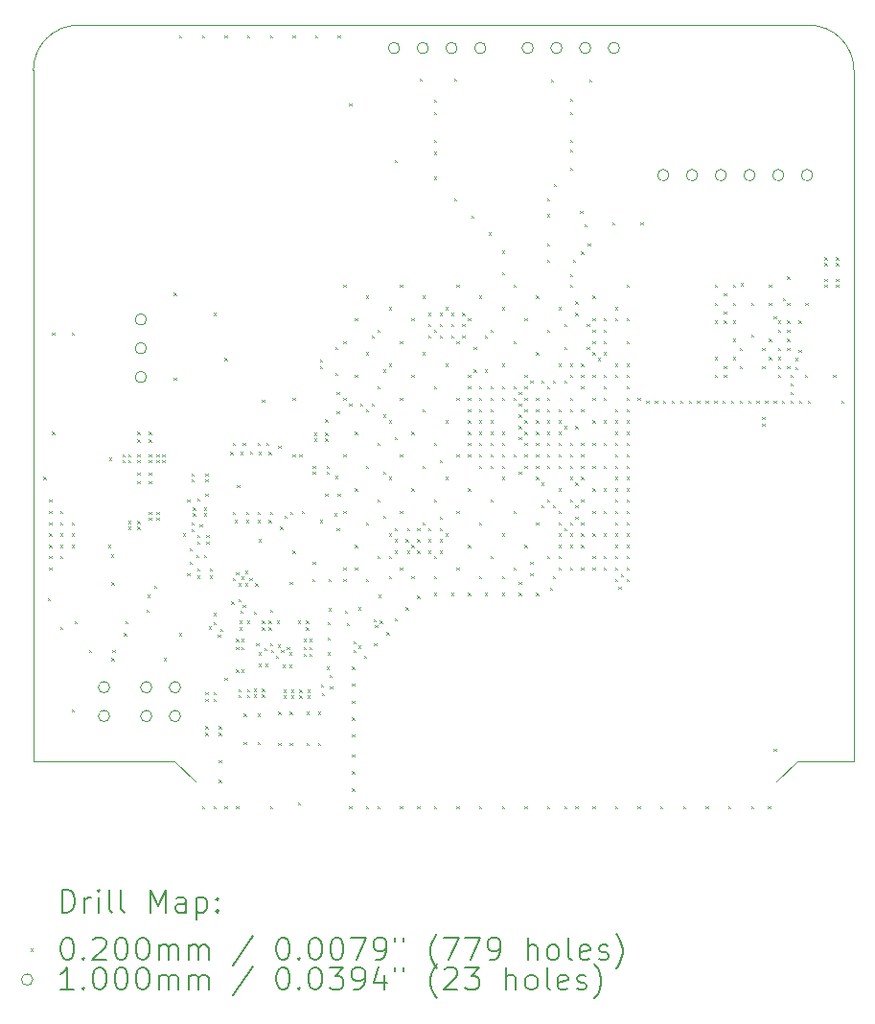
<source format=gbr>
%TF.GenerationSoftware,KiCad,Pcbnew,6.0.11+dfsg-1*%
%TF.CreationDate,2023-08-05T12:31:10+02:00*%
%TF.ProjectId,kintex-pcie,6b696e74-6578-42d7-9063-69652e6b6963,rev?*%
%TF.SameCoordinates,Original*%
%TF.FileFunction,Drillmap*%
%TF.FilePolarity,Positive*%
%FSLAX45Y45*%
G04 Gerber Fmt 4.5, Leading zero omitted, Abs format (unit mm)*
G04 Created by KiCad (PCBNEW 6.0.11+dfsg-1) date 2023-08-05 12:31:10*
%MOMM*%
%LPD*%
G01*
G04 APERTURE LIST*
%ADD10C,0.100000*%
%ADD11C,0.200000*%
%ADD12C,0.020000*%
G04 APERTURE END LIST*
D10*
X6185000Y-11680000D02*
X6000000Y-11500000D01*
X4750000Y-11500000D02*
X4750000Y-5400000D01*
X11500000Y-11500000D02*
X12000000Y-11500000D01*
X11315000Y-11680000D02*
X11500000Y-11500000D01*
X6000000Y-11500000D02*
X4750000Y-11500000D01*
X12000000Y-11500000D02*
X12000000Y-5400000D01*
X5150000Y-5000000D02*
X11600000Y-5000000D01*
X12000000Y-5400000D02*
G75*
G03*
X11600000Y-5000000I-400000J0D01*
G01*
X5150000Y-5000000D02*
G75*
G03*
X4750000Y-5400000I0J-400000D01*
G01*
D11*
D12*
X4840000Y-8990000D02*
X4860000Y-9010000D01*
X4860000Y-8990000D02*
X4840000Y-9010000D01*
X4880000Y-10060000D02*
X4900000Y-10080000D01*
X4900000Y-10060000D02*
X4880000Y-10080000D01*
X4890000Y-9190000D02*
X4910000Y-9210000D01*
X4910000Y-9190000D02*
X4890000Y-9210000D01*
X4890000Y-9290000D02*
X4910000Y-9310000D01*
X4910000Y-9290000D02*
X4890000Y-9310000D01*
X4890000Y-9390000D02*
X4910000Y-9410000D01*
X4910000Y-9390000D02*
X4890000Y-9410000D01*
X4890000Y-9490000D02*
X4910000Y-9510000D01*
X4910000Y-9490000D02*
X4890000Y-9510000D01*
X4890000Y-9590000D02*
X4910000Y-9610000D01*
X4910000Y-9590000D02*
X4890000Y-9610000D01*
X4890000Y-9690000D02*
X4910000Y-9710000D01*
X4910000Y-9690000D02*
X4890000Y-9710000D01*
X4890000Y-9790000D02*
X4910000Y-9810000D01*
X4910000Y-9790000D02*
X4890000Y-9810000D01*
X4915000Y-7715000D02*
X4935000Y-7735000D01*
X4935000Y-7715000D02*
X4915000Y-7735000D01*
X4915000Y-8590000D02*
X4935000Y-8610000D01*
X4935000Y-8590000D02*
X4915000Y-8610000D01*
X4990000Y-9290000D02*
X5010000Y-9310000D01*
X5010000Y-9290000D02*
X4990000Y-9310000D01*
X4990000Y-9390000D02*
X5010000Y-9410000D01*
X5010000Y-9390000D02*
X4990000Y-9410000D01*
X4990000Y-9490000D02*
X5010000Y-9510000D01*
X5010000Y-9490000D02*
X4990000Y-9510000D01*
X4990000Y-9590000D02*
X5010000Y-9610000D01*
X5010000Y-9590000D02*
X4990000Y-9610000D01*
X4990000Y-9690000D02*
X5010000Y-9710000D01*
X5010000Y-9690000D02*
X4990000Y-9710000D01*
X4990000Y-10315000D02*
X5010000Y-10335000D01*
X5010000Y-10315000D02*
X4990000Y-10335000D01*
X5090000Y-7715000D02*
X5110000Y-7735000D01*
X5110000Y-7715000D02*
X5090000Y-7735000D01*
X5090000Y-9390000D02*
X5110000Y-9410000D01*
X5110000Y-9390000D02*
X5090000Y-9410000D01*
X5090000Y-9490000D02*
X5110000Y-9510000D01*
X5110000Y-9490000D02*
X5090000Y-9510000D01*
X5090000Y-9590000D02*
X5110000Y-9610000D01*
X5110000Y-9590000D02*
X5090000Y-9610000D01*
X5090000Y-11040000D02*
X5110000Y-11060000D01*
X5110000Y-11040000D02*
X5090000Y-11060000D01*
X5115000Y-10265000D02*
X5135000Y-10285000D01*
X5135000Y-10265000D02*
X5115000Y-10285000D01*
X5240000Y-10520000D02*
X5260000Y-10540000D01*
X5260000Y-10520000D02*
X5240000Y-10540000D01*
X5410000Y-9590000D02*
X5430000Y-9610000D01*
X5430000Y-9590000D02*
X5410000Y-9610000D01*
X5420000Y-8820000D02*
X5440000Y-8840000D01*
X5440000Y-8820000D02*
X5420000Y-8840000D01*
X5435000Y-9675000D02*
X5455000Y-9695000D01*
X5455000Y-9675000D02*
X5435000Y-9695000D01*
X5440000Y-10590000D02*
X5460000Y-10610000D01*
X5460000Y-10590000D02*
X5440000Y-10610000D01*
X5440000Y-9920000D02*
X5460000Y-9940000D01*
X5460000Y-9920000D02*
X5440000Y-9940000D01*
X5450000Y-10520000D02*
X5470000Y-10540000D01*
X5470000Y-10520000D02*
X5450000Y-10540000D01*
X5540000Y-8790000D02*
X5560000Y-8810000D01*
X5560000Y-8790000D02*
X5540000Y-8810000D01*
X5540000Y-8840000D02*
X5560000Y-8860000D01*
X5560000Y-8840000D02*
X5540000Y-8860000D01*
X5550000Y-10370000D02*
X5570000Y-10390000D01*
X5570000Y-10370000D02*
X5550000Y-10390000D01*
X5565000Y-10265000D02*
X5585000Y-10285000D01*
X5585000Y-10265000D02*
X5565000Y-10285000D01*
X5590000Y-8790000D02*
X5610000Y-8810000D01*
X5610000Y-8790000D02*
X5590000Y-8810000D01*
X5590000Y-8840000D02*
X5610000Y-8860000D01*
X5610000Y-8840000D02*
X5590000Y-8860000D01*
X5590000Y-9380000D02*
X5610000Y-9400000D01*
X5610000Y-9380000D02*
X5590000Y-9400000D01*
X5590000Y-9430000D02*
X5610000Y-9450000D01*
X5610000Y-9430000D02*
X5590000Y-9450000D01*
X5670000Y-8590000D02*
X5690000Y-8610000D01*
X5690000Y-8590000D02*
X5670000Y-8610000D01*
X5670000Y-8660000D02*
X5690000Y-8680000D01*
X5690000Y-8660000D02*
X5670000Y-8680000D01*
X5670000Y-8790000D02*
X5690000Y-8810000D01*
X5690000Y-8790000D02*
X5670000Y-8810000D01*
X5670000Y-8840000D02*
X5690000Y-8860000D01*
X5690000Y-8840000D02*
X5670000Y-8860000D01*
X5670000Y-8950000D02*
X5690000Y-8970000D01*
X5690000Y-8950000D02*
X5670000Y-8970000D01*
X5670000Y-9030000D02*
X5690000Y-9050000D01*
X5690000Y-9030000D02*
X5670000Y-9050000D01*
X5670000Y-9380000D02*
X5690000Y-9400000D01*
X5690000Y-9380000D02*
X5670000Y-9400000D01*
X5670000Y-9430000D02*
X5690000Y-9450000D01*
X5690000Y-9430000D02*
X5670000Y-9450000D01*
X5750000Y-10160000D02*
X5770000Y-10180000D01*
X5770000Y-10160000D02*
X5750000Y-10180000D01*
X5760000Y-10030000D02*
X5780000Y-10050000D01*
X5780000Y-10030000D02*
X5760000Y-10050000D01*
X5770000Y-8590000D02*
X5790000Y-8610000D01*
X5790000Y-8590000D02*
X5770000Y-8610000D01*
X5770000Y-8660000D02*
X5790000Y-8680000D01*
X5790000Y-8660000D02*
X5770000Y-8680000D01*
X5770000Y-8790000D02*
X5790000Y-8810000D01*
X5790000Y-8790000D02*
X5770000Y-8810000D01*
X5770000Y-8840000D02*
X5790000Y-8860000D01*
X5790000Y-8840000D02*
X5770000Y-8860000D01*
X5770000Y-8950000D02*
X5790000Y-8970000D01*
X5790000Y-8950000D02*
X5770000Y-8970000D01*
X5770000Y-9030000D02*
X5790000Y-9050000D01*
X5790000Y-9030000D02*
X5770000Y-9050000D01*
X5770000Y-9300000D02*
X5790000Y-9320000D01*
X5790000Y-9300000D02*
X5770000Y-9320000D01*
X5770000Y-9350000D02*
X5790000Y-9370000D01*
X5790000Y-9350000D02*
X5770000Y-9370000D01*
X5820000Y-9950000D02*
X5840000Y-9970000D01*
X5840000Y-9950000D02*
X5820000Y-9970000D01*
X5840000Y-8790000D02*
X5860000Y-8810000D01*
X5860000Y-8790000D02*
X5840000Y-8810000D01*
X5840000Y-8840000D02*
X5860000Y-8860000D01*
X5860000Y-8840000D02*
X5840000Y-8860000D01*
X5840000Y-9300000D02*
X5860000Y-9320000D01*
X5860000Y-9300000D02*
X5840000Y-9320000D01*
X5840000Y-9350000D02*
X5860000Y-9370000D01*
X5860000Y-9350000D02*
X5840000Y-9370000D01*
X5890000Y-8790000D02*
X5910000Y-8810000D01*
X5910000Y-8790000D02*
X5890000Y-8810000D01*
X5890000Y-8840000D02*
X5910000Y-8860000D01*
X5910000Y-8840000D02*
X5890000Y-8860000D01*
X5900000Y-10590000D02*
X5920000Y-10610000D01*
X5920000Y-10590000D02*
X5900000Y-10610000D01*
X5990000Y-7365000D02*
X6010000Y-7385000D01*
X6010000Y-7365000D02*
X5990000Y-7385000D01*
X5990000Y-8115000D02*
X6010000Y-8135000D01*
X6010000Y-8115000D02*
X5990000Y-8135000D01*
X6040000Y-5090000D02*
X6060000Y-5110000D01*
X6060000Y-5090000D02*
X6040000Y-5110000D01*
X6040000Y-10370000D02*
X6060000Y-10390000D01*
X6060000Y-10370000D02*
X6040000Y-10390000D01*
X6070000Y-9490000D02*
X6090000Y-9510000D01*
X6090000Y-9490000D02*
X6070000Y-9510000D01*
X6110000Y-9190000D02*
X6130000Y-9210000D01*
X6130000Y-9190000D02*
X6110000Y-9210000D01*
X6110000Y-9840000D02*
X6130000Y-9860000D01*
X6130000Y-9840000D02*
X6110000Y-9860000D01*
X6130000Y-9620000D02*
X6150000Y-9640000D01*
X6150000Y-9620000D02*
X6130000Y-9640000D01*
X6130000Y-9740000D02*
X6150000Y-9760000D01*
X6150000Y-9740000D02*
X6130000Y-9760000D01*
X6150000Y-8960000D02*
X6170000Y-8980000D01*
X6170000Y-8960000D02*
X6150000Y-8980000D01*
X6150000Y-9010000D02*
X6170000Y-9030000D01*
X6170000Y-9010000D02*
X6150000Y-9030000D01*
X6150000Y-9390000D02*
X6170000Y-9410000D01*
X6170000Y-9390000D02*
X6150000Y-9410000D01*
X6150000Y-9450000D02*
X6170000Y-9470000D01*
X6170000Y-9450000D02*
X6150000Y-9470000D01*
X6160000Y-9260000D02*
X6180000Y-9280000D01*
X6180000Y-9260000D02*
X6160000Y-9280000D01*
X6160000Y-9310000D02*
X6180000Y-9330000D01*
X6180000Y-9310000D02*
X6160000Y-9330000D01*
X6190000Y-9680000D02*
X6210000Y-9700000D01*
X6210000Y-9680000D02*
X6190000Y-9700000D01*
X6200000Y-9180000D02*
X6220000Y-9200000D01*
X6220000Y-9180000D02*
X6200000Y-9200000D01*
X6200000Y-9500000D02*
X6220000Y-9520000D01*
X6220000Y-9500000D02*
X6200000Y-9520000D01*
X6200000Y-9560000D02*
X6220000Y-9580000D01*
X6220000Y-9560000D02*
X6200000Y-9580000D01*
X6200000Y-9800000D02*
X6220000Y-9820000D01*
X6220000Y-9800000D02*
X6200000Y-9820000D01*
X6200000Y-9860000D02*
X6220000Y-9880000D01*
X6220000Y-9860000D02*
X6200000Y-9880000D01*
X6220000Y-9410000D02*
X6240000Y-9430000D01*
X6240000Y-9410000D02*
X6220000Y-9430000D01*
X6240000Y-5090000D02*
X6260000Y-5110000D01*
X6260000Y-5090000D02*
X6240000Y-5110000D01*
X6240000Y-11900000D02*
X6260000Y-11920000D01*
X6260000Y-11900000D02*
X6240000Y-11920000D01*
X6260000Y-9260000D02*
X6280000Y-9280000D01*
X6280000Y-9260000D02*
X6260000Y-9280000D01*
X6260000Y-9310000D02*
X6280000Y-9330000D01*
X6280000Y-9310000D02*
X6260000Y-9330000D01*
X6260000Y-9680000D02*
X6280000Y-9700000D01*
X6280000Y-9680000D02*
X6260000Y-9700000D01*
X6270000Y-8960000D02*
X6290000Y-8980000D01*
X6290000Y-8960000D02*
X6270000Y-8980000D01*
X6270000Y-9010000D02*
X6290000Y-9030000D01*
X6290000Y-9010000D02*
X6270000Y-9030000D01*
X6270000Y-9140000D02*
X6290000Y-9160000D01*
X6290000Y-9140000D02*
X6270000Y-9160000D01*
X6270000Y-10890000D02*
X6290000Y-10910000D01*
X6290000Y-10890000D02*
X6270000Y-10910000D01*
X6270000Y-10950000D02*
X6290000Y-10970000D01*
X6290000Y-10950000D02*
X6270000Y-10970000D01*
X6270000Y-11190000D02*
X6290000Y-11210000D01*
X6290000Y-11190000D02*
X6270000Y-11210000D01*
X6270000Y-11250000D02*
X6290000Y-11270000D01*
X6290000Y-11250000D02*
X6270000Y-11270000D01*
X6280000Y-9500000D02*
X6300000Y-9520000D01*
X6300000Y-9500000D02*
X6280000Y-9520000D01*
X6280000Y-9560000D02*
X6300000Y-9580000D01*
X6300000Y-9560000D02*
X6280000Y-9580000D01*
X6300000Y-10310000D02*
X6320000Y-10330000D01*
X6320000Y-10310000D02*
X6300000Y-10330000D01*
X6310000Y-9800000D02*
X6330000Y-9820000D01*
X6330000Y-9800000D02*
X6310000Y-9820000D01*
X6310000Y-9860000D02*
X6330000Y-9880000D01*
X6330000Y-9860000D02*
X6310000Y-9880000D01*
X6340000Y-7540000D02*
X6360000Y-7560000D01*
X6360000Y-7540000D02*
X6340000Y-7560000D01*
X6340000Y-10190000D02*
X6360000Y-10210000D01*
X6360000Y-10190000D02*
X6340000Y-10210000D01*
X6340000Y-10270000D02*
X6360000Y-10290000D01*
X6360000Y-10270000D02*
X6340000Y-10290000D01*
X6340000Y-10890000D02*
X6360000Y-10910000D01*
X6360000Y-10890000D02*
X6340000Y-10910000D01*
X6340000Y-10950000D02*
X6360000Y-10970000D01*
X6360000Y-10950000D02*
X6340000Y-10970000D01*
X6340000Y-11900000D02*
X6360000Y-11920000D01*
X6360000Y-11900000D02*
X6340000Y-11920000D01*
X6380000Y-10380000D02*
X6400000Y-10400000D01*
X6400000Y-10380000D02*
X6380000Y-10400000D01*
X6390000Y-11190000D02*
X6410000Y-11210000D01*
X6410000Y-11190000D02*
X6390000Y-11210000D01*
X6390000Y-11250000D02*
X6410000Y-11270000D01*
X6410000Y-11250000D02*
X6390000Y-11270000D01*
X6390000Y-11490000D02*
X6410000Y-11510000D01*
X6410000Y-11490000D02*
X6390000Y-11510000D01*
X6390000Y-11665000D02*
X6410000Y-11685000D01*
X6410000Y-11665000D02*
X6390000Y-11685000D01*
X6400000Y-10330000D02*
X6420000Y-10350000D01*
X6420000Y-10330000D02*
X6400000Y-10350000D01*
X6440000Y-5090000D02*
X6460000Y-5110000D01*
X6460000Y-5090000D02*
X6440000Y-5110000D01*
X6440000Y-7940000D02*
X6460000Y-7960000D01*
X6460000Y-7940000D02*
X6440000Y-7960000D01*
X6440000Y-10765000D02*
X6460000Y-10785000D01*
X6460000Y-10765000D02*
X6440000Y-10785000D01*
X6440000Y-11900000D02*
X6460000Y-11920000D01*
X6460000Y-11900000D02*
X6440000Y-11920000D01*
X6490000Y-8770000D02*
X6510000Y-8790000D01*
X6510000Y-8770000D02*
X6490000Y-8790000D01*
X6500000Y-10090000D02*
X6520000Y-10110000D01*
X6520000Y-10090000D02*
X6500000Y-10110000D01*
X6510000Y-8690000D02*
X6530000Y-8710000D01*
X6530000Y-8690000D02*
X6510000Y-8710000D01*
X6510000Y-9300000D02*
X6530000Y-9320000D01*
X6530000Y-9300000D02*
X6510000Y-9320000D01*
X6510000Y-9880000D02*
X6530000Y-9900000D01*
X6530000Y-9880000D02*
X6510000Y-9900000D01*
X6530000Y-9370000D02*
X6550000Y-9390000D01*
X6550000Y-9370000D02*
X6530000Y-9390000D01*
X6540000Y-9830000D02*
X6560000Y-9850000D01*
X6560000Y-9830000D02*
X6540000Y-9850000D01*
X6540000Y-10420000D02*
X6560000Y-10440000D01*
X6560000Y-10420000D02*
X6540000Y-10440000D01*
X6540000Y-10490000D02*
X6560000Y-10510000D01*
X6560000Y-10490000D02*
X6540000Y-10510000D01*
X6540000Y-10690000D02*
X6560000Y-10710000D01*
X6560000Y-10690000D02*
X6540000Y-10710000D01*
X6540000Y-11900000D02*
X6560000Y-11920000D01*
X6560000Y-11900000D02*
X6540000Y-11920000D01*
X6550000Y-9060000D02*
X6570000Y-9080000D01*
X6570000Y-9060000D02*
X6550000Y-9080000D01*
X6560000Y-9930000D02*
X6580000Y-9950000D01*
X6580000Y-9930000D02*
X6560000Y-9950000D01*
X6560000Y-10070000D02*
X6580000Y-10090000D01*
X6580000Y-10070000D02*
X6560000Y-10090000D01*
X6565000Y-10865000D02*
X6585000Y-10885000D01*
X6585000Y-10865000D02*
X6565000Y-10885000D01*
X6565000Y-10915000D02*
X6585000Y-10935000D01*
X6585000Y-10915000D02*
X6565000Y-10935000D01*
X6570000Y-10260000D02*
X6590000Y-10280000D01*
X6590000Y-10260000D02*
X6570000Y-10280000D01*
X6570000Y-10320000D02*
X6590000Y-10340000D01*
X6590000Y-10320000D02*
X6570000Y-10340000D01*
X6580000Y-8770000D02*
X6600000Y-8790000D01*
X6600000Y-8770000D02*
X6580000Y-8790000D01*
X6580000Y-10170000D02*
X6600000Y-10190000D01*
X6600000Y-10170000D02*
X6580000Y-10190000D01*
X6590000Y-9870000D02*
X6610000Y-9890000D01*
X6610000Y-9870000D02*
X6590000Y-9890000D01*
X6590000Y-10420000D02*
X6610000Y-10440000D01*
X6610000Y-10420000D02*
X6590000Y-10440000D01*
X6590000Y-10490000D02*
X6610000Y-10510000D01*
X6610000Y-10490000D02*
X6590000Y-10510000D01*
X6590000Y-10690000D02*
X6610000Y-10710000D01*
X6610000Y-10690000D02*
X6590000Y-10710000D01*
X6600000Y-8690000D02*
X6620000Y-8710000D01*
X6620000Y-8690000D02*
X6600000Y-8710000D01*
X6600000Y-10120000D02*
X6620000Y-10140000D01*
X6620000Y-10120000D02*
X6600000Y-10140000D01*
X6610000Y-11080000D02*
X6630000Y-11100000D01*
X6630000Y-11080000D02*
X6610000Y-11100000D01*
X6610000Y-11330000D02*
X6630000Y-11350000D01*
X6630000Y-11330000D02*
X6610000Y-11350000D01*
X6620000Y-9820000D02*
X6640000Y-9840000D01*
X6640000Y-9820000D02*
X6620000Y-9840000D01*
X6620000Y-9930000D02*
X6640000Y-9950000D01*
X6640000Y-9930000D02*
X6620000Y-9950000D01*
X6630000Y-9300000D02*
X6650000Y-9320000D01*
X6650000Y-9300000D02*
X6630000Y-9320000D01*
X6630000Y-9370000D02*
X6650000Y-9390000D01*
X6650000Y-9370000D02*
X6630000Y-9390000D01*
X6640000Y-5090000D02*
X6660000Y-5110000D01*
X6660000Y-5090000D02*
X6640000Y-5110000D01*
X6640000Y-10260000D02*
X6660000Y-10280000D01*
X6660000Y-10260000D02*
X6640000Y-10280000D01*
X6640000Y-10865000D02*
X6660000Y-10885000D01*
X6660000Y-10865000D02*
X6640000Y-10885000D01*
X6640000Y-10915000D02*
X6660000Y-10935000D01*
X6660000Y-10915000D02*
X6640000Y-10935000D01*
X6660000Y-9880000D02*
X6680000Y-9900000D01*
X6680000Y-9880000D02*
X6660000Y-9900000D01*
X6665000Y-8765000D02*
X6685000Y-8785000D01*
X6685000Y-8765000D02*
X6665000Y-8785000D01*
X6700000Y-10180000D02*
X6720000Y-10200000D01*
X6720000Y-10180000D02*
X6700000Y-10200000D01*
X6700000Y-10860000D02*
X6720000Y-10880000D01*
X6720000Y-10860000D02*
X6700000Y-10880000D01*
X6700000Y-10910000D02*
X6720000Y-10930000D01*
X6720000Y-10910000D02*
X6700000Y-10930000D01*
X6710000Y-9930000D02*
X6730000Y-9950000D01*
X6730000Y-9930000D02*
X6710000Y-9950000D01*
X6720000Y-10460000D02*
X6740000Y-10480000D01*
X6740000Y-10460000D02*
X6720000Y-10480000D01*
X6730000Y-8690000D02*
X6750000Y-8710000D01*
X6750000Y-8690000D02*
X6730000Y-8710000D01*
X6730000Y-9300000D02*
X6750000Y-9320000D01*
X6750000Y-9300000D02*
X6730000Y-9320000D01*
X6730000Y-9370000D02*
X6750000Y-9390000D01*
X6750000Y-9370000D02*
X6730000Y-9390000D01*
X6730000Y-11080000D02*
X6750000Y-11100000D01*
X6750000Y-11080000D02*
X6730000Y-11100000D01*
X6730000Y-11330000D02*
X6750000Y-11350000D01*
X6750000Y-11330000D02*
X6730000Y-11350000D01*
X6740000Y-8770000D02*
X6760000Y-8790000D01*
X6760000Y-8770000D02*
X6740000Y-8790000D01*
X6740000Y-9540000D02*
X6760000Y-9560000D01*
X6760000Y-9540000D02*
X6740000Y-9560000D01*
X6740000Y-10540000D02*
X6760000Y-10560000D01*
X6760000Y-10540000D02*
X6740000Y-10560000D01*
X6740000Y-10640000D02*
X6760000Y-10660000D01*
X6760000Y-10640000D02*
X6740000Y-10660000D01*
X6770000Y-8310000D02*
X6790000Y-8330000D01*
X6790000Y-8310000D02*
X6770000Y-8330000D01*
X6770000Y-10260000D02*
X6790000Y-10280000D01*
X6790000Y-10260000D02*
X6770000Y-10280000D01*
X6770000Y-10320000D02*
X6790000Y-10340000D01*
X6790000Y-10320000D02*
X6770000Y-10340000D01*
X6770000Y-10860000D02*
X6790000Y-10880000D01*
X6790000Y-10860000D02*
X6770000Y-10880000D01*
X6770000Y-10910000D02*
X6790000Y-10930000D01*
X6790000Y-10910000D02*
X6770000Y-10930000D01*
X6790000Y-10500000D02*
X6810000Y-10520000D01*
X6810000Y-10500000D02*
X6790000Y-10520000D01*
X6800000Y-10640000D02*
X6820000Y-10660000D01*
X6820000Y-10640000D02*
X6800000Y-10660000D01*
X6810000Y-8690000D02*
X6830000Y-8710000D01*
X6830000Y-8690000D02*
X6810000Y-8710000D01*
X6830000Y-8770000D02*
X6850000Y-8790000D01*
X6850000Y-8770000D02*
X6830000Y-8790000D01*
X6830000Y-9370000D02*
X6850000Y-9390000D01*
X6850000Y-9370000D02*
X6830000Y-9390000D01*
X6830000Y-10260000D02*
X6850000Y-10280000D01*
X6850000Y-10260000D02*
X6830000Y-10280000D01*
X6830000Y-10320000D02*
X6850000Y-10340000D01*
X6850000Y-10320000D02*
X6830000Y-10340000D01*
X6840000Y-5090000D02*
X6860000Y-5110000D01*
X6860000Y-5090000D02*
X6840000Y-5110000D01*
X6840000Y-9300000D02*
X6860000Y-9320000D01*
X6860000Y-9300000D02*
X6840000Y-9320000D01*
X6840000Y-10160000D02*
X6860000Y-10180000D01*
X6860000Y-10160000D02*
X6840000Y-10180000D01*
X6840000Y-10460000D02*
X6860000Y-10480000D01*
X6860000Y-10460000D02*
X6840000Y-10480000D01*
X6840000Y-11900000D02*
X6860000Y-11920000D01*
X6860000Y-11900000D02*
X6840000Y-11920000D01*
X6850000Y-10520000D02*
X6870000Y-10540000D01*
X6870000Y-10520000D02*
X6850000Y-10540000D01*
X6890000Y-10570000D02*
X6910000Y-10590000D01*
X6910000Y-10570000D02*
X6890000Y-10590000D01*
X6900000Y-10260000D02*
X6920000Y-10280000D01*
X6920000Y-10260000D02*
X6900000Y-10280000D01*
X6910000Y-10470000D02*
X6930000Y-10490000D01*
X6930000Y-10470000D02*
X6910000Y-10490000D01*
X6915000Y-8715000D02*
X6935000Y-8735000D01*
X6935000Y-8715000D02*
X6915000Y-8735000D01*
X6915000Y-11065000D02*
X6935000Y-11085000D01*
X6935000Y-11065000D02*
X6915000Y-11085000D01*
X6915000Y-11340000D02*
X6935000Y-11360000D01*
X6935000Y-11340000D02*
X6915000Y-11360000D01*
X6930000Y-9430000D02*
X6950000Y-9450000D01*
X6950000Y-9430000D02*
X6930000Y-9450000D01*
X6940000Y-10520000D02*
X6960000Y-10540000D01*
X6960000Y-10520000D02*
X6940000Y-10540000D01*
X6950000Y-10650000D02*
X6970000Y-10670000D01*
X6970000Y-10650000D02*
X6950000Y-10670000D01*
X6960000Y-10870000D02*
X6980000Y-10890000D01*
X6980000Y-10870000D02*
X6960000Y-10890000D01*
X6960000Y-10920000D02*
X6980000Y-10940000D01*
X6980000Y-10920000D02*
X6960000Y-10940000D01*
X6970000Y-9330000D02*
X6990000Y-9350000D01*
X6990000Y-9330000D02*
X6970000Y-9350000D01*
X6990000Y-10490000D02*
X7010000Y-10510000D01*
X7010000Y-10490000D02*
X6990000Y-10510000D01*
X7010000Y-10540000D02*
X7030000Y-10560000D01*
X7030000Y-10540000D02*
X7010000Y-10560000D01*
X7010000Y-10650000D02*
X7030000Y-10670000D01*
X7030000Y-10650000D02*
X7010000Y-10670000D01*
X7015000Y-9915000D02*
X7035000Y-9935000D01*
X7035000Y-9915000D02*
X7015000Y-9935000D01*
X7015000Y-11065000D02*
X7035000Y-11085000D01*
X7035000Y-11065000D02*
X7015000Y-11085000D01*
X7015000Y-11340000D02*
X7035000Y-11360000D01*
X7035000Y-11340000D02*
X7015000Y-11360000D01*
X7020000Y-9300000D02*
X7040000Y-9320000D01*
X7040000Y-9300000D02*
X7020000Y-9320000D01*
X7030000Y-10870000D02*
X7050000Y-10890000D01*
X7050000Y-10870000D02*
X7030000Y-10890000D01*
X7030000Y-10920000D02*
X7050000Y-10940000D01*
X7050000Y-10920000D02*
X7030000Y-10940000D01*
X7040000Y-5090000D02*
X7060000Y-5110000D01*
X7060000Y-5090000D02*
X7040000Y-5110000D01*
X7040000Y-8290000D02*
X7060000Y-8310000D01*
X7060000Y-8290000D02*
X7040000Y-8310000D01*
X7040000Y-8790000D02*
X7060000Y-8810000D01*
X7060000Y-8790000D02*
X7040000Y-8810000D01*
X7040000Y-9640000D02*
X7060000Y-9660000D01*
X7060000Y-9640000D02*
X7040000Y-9660000D01*
X7090000Y-10260000D02*
X7110000Y-10280000D01*
X7110000Y-10260000D02*
X7090000Y-10280000D01*
X7090000Y-11865000D02*
X7110000Y-11885000D01*
X7110000Y-11865000D02*
X7090000Y-11885000D01*
X7100000Y-8790000D02*
X7120000Y-8810000D01*
X7120000Y-8790000D02*
X7100000Y-8810000D01*
X7100000Y-10870000D02*
X7120000Y-10890000D01*
X7120000Y-10870000D02*
X7100000Y-10890000D01*
X7100000Y-10920000D02*
X7120000Y-10940000D01*
X7120000Y-10920000D02*
X7100000Y-10940000D01*
X7120000Y-9290000D02*
X7140000Y-9310000D01*
X7140000Y-9290000D02*
X7120000Y-9310000D01*
X7140000Y-10420000D02*
X7160000Y-10440000D01*
X7160000Y-10420000D02*
X7140000Y-10440000D01*
X7140000Y-10490000D02*
X7160000Y-10510000D01*
X7160000Y-10490000D02*
X7140000Y-10510000D01*
X7140000Y-10550000D02*
X7160000Y-10570000D01*
X7160000Y-10550000D02*
X7140000Y-10570000D01*
X7160000Y-10260000D02*
X7180000Y-10280000D01*
X7180000Y-10260000D02*
X7160000Y-10280000D01*
X7160000Y-10320000D02*
X7180000Y-10340000D01*
X7180000Y-10320000D02*
X7160000Y-10340000D01*
X7165000Y-11065000D02*
X7185000Y-11085000D01*
X7185000Y-11065000D02*
X7165000Y-11085000D01*
X7165000Y-11340000D02*
X7185000Y-11360000D01*
X7185000Y-11340000D02*
X7165000Y-11360000D01*
X7170000Y-10870000D02*
X7190000Y-10890000D01*
X7190000Y-10870000D02*
X7170000Y-10890000D01*
X7170000Y-10920000D02*
X7190000Y-10940000D01*
X7190000Y-10920000D02*
X7170000Y-10940000D01*
X7190000Y-10420000D02*
X7210000Y-10440000D01*
X7210000Y-10420000D02*
X7190000Y-10440000D01*
X7190000Y-10490000D02*
X7210000Y-10510000D01*
X7210000Y-10490000D02*
X7190000Y-10510000D01*
X7190000Y-10550000D02*
X7210000Y-10570000D01*
X7210000Y-10550000D02*
X7190000Y-10570000D01*
X7215000Y-9890000D02*
X7235000Y-9910000D01*
X7235000Y-9890000D02*
X7215000Y-9910000D01*
X7220000Y-8890000D02*
X7240000Y-8910000D01*
X7240000Y-8890000D02*
X7220000Y-8910000D01*
X7220000Y-8940000D02*
X7240000Y-8960000D01*
X7240000Y-8940000D02*
X7220000Y-8960000D01*
X7220000Y-9740000D02*
X7240000Y-9760000D01*
X7240000Y-9740000D02*
X7220000Y-9760000D01*
X7230000Y-8600000D02*
X7250000Y-8620000D01*
X7250000Y-8600000D02*
X7230000Y-8620000D01*
X7230000Y-8650000D02*
X7250000Y-8670000D01*
X7250000Y-8650000D02*
X7230000Y-8670000D01*
X7240000Y-5090000D02*
X7260000Y-5110000D01*
X7260000Y-5090000D02*
X7240000Y-5110000D01*
X7265000Y-11065000D02*
X7285000Y-11085000D01*
X7285000Y-11065000D02*
X7265000Y-11085000D01*
X7265000Y-11340000D02*
X7285000Y-11360000D01*
X7285000Y-11340000D02*
X7265000Y-11360000D01*
X7280000Y-7950000D02*
X7300000Y-7970000D01*
X7300000Y-7950000D02*
X7280000Y-7970000D01*
X7280000Y-8010000D02*
X7300000Y-8030000D01*
X7300000Y-8010000D02*
X7280000Y-8030000D01*
X7280000Y-9370000D02*
X7300000Y-9390000D01*
X7300000Y-9370000D02*
X7280000Y-9390000D01*
X7290000Y-10820000D02*
X7310000Y-10840000D01*
X7310000Y-10820000D02*
X7290000Y-10840000D01*
X7300000Y-10900000D02*
X7320000Y-10920000D01*
X7320000Y-10900000D02*
X7300000Y-10920000D01*
X7330000Y-8480000D02*
X7350000Y-8500000D01*
X7350000Y-8480000D02*
X7330000Y-8500000D01*
X7330000Y-8600000D02*
X7350000Y-8620000D01*
X7350000Y-8600000D02*
X7330000Y-8620000D01*
X7330000Y-8650000D02*
X7350000Y-8670000D01*
X7350000Y-8650000D02*
X7330000Y-8670000D01*
X7330000Y-9140000D02*
X7350000Y-9160000D01*
X7350000Y-9140000D02*
X7330000Y-9160000D01*
X7340000Y-8890000D02*
X7360000Y-8910000D01*
X7360000Y-8890000D02*
X7340000Y-8910000D01*
X7340000Y-8940000D02*
X7360000Y-8960000D01*
X7360000Y-8940000D02*
X7340000Y-8960000D01*
X7340000Y-10665000D02*
X7360000Y-10685000D01*
X7360000Y-10665000D02*
X7340000Y-10685000D01*
X7350000Y-10270000D02*
X7370000Y-10290000D01*
X7370000Y-10270000D02*
X7350000Y-10290000D01*
X7350000Y-10410000D02*
X7370000Y-10430000D01*
X7370000Y-10410000D02*
X7350000Y-10430000D01*
X7350000Y-10540000D02*
X7370000Y-10560000D01*
X7370000Y-10540000D02*
X7350000Y-10560000D01*
X7360000Y-9890000D02*
X7380000Y-9910000D01*
X7380000Y-9890000D02*
X7360000Y-9910000D01*
X7360000Y-10150000D02*
X7380000Y-10170000D01*
X7380000Y-10150000D02*
X7360000Y-10170000D01*
X7365000Y-10740000D02*
X7385000Y-10760000D01*
X7385000Y-10740000D02*
X7365000Y-10760000D01*
X7370000Y-10840000D02*
X7390000Y-10860000D01*
X7390000Y-10840000D02*
X7370000Y-10860000D01*
X7410000Y-9310000D02*
X7430000Y-9330000D01*
X7430000Y-9310000D02*
X7410000Y-9330000D01*
X7420000Y-7840000D02*
X7440000Y-7860000D01*
X7440000Y-7840000D02*
X7420000Y-7860000D01*
X7420000Y-8070000D02*
X7440000Y-8090000D01*
X7440000Y-8070000D02*
X7420000Y-8090000D01*
X7420000Y-8980000D02*
X7440000Y-9000000D01*
X7440000Y-8980000D02*
X7420000Y-9000000D01*
X7430000Y-8240000D02*
X7450000Y-8260000D01*
X7450000Y-8240000D02*
X7430000Y-8260000D01*
X7430000Y-8410000D02*
X7450000Y-8430000D01*
X7450000Y-8410000D02*
X7430000Y-8430000D01*
X7430000Y-9440000D02*
X7450000Y-9460000D01*
X7450000Y-9440000D02*
X7430000Y-9460000D01*
X7440000Y-5090000D02*
X7460000Y-5110000D01*
X7460000Y-5090000D02*
X7440000Y-5110000D01*
X7440000Y-9140000D02*
X7460000Y-9160000D01*
X7460000Y-9140000D02*
X7440000Y-9160000D01*
X7490000Y-7290000D02*
X7510000Y-7310000D01*
X7510000Y-7290000D02*
X7490000Y-7310000D01*
X7490000Y-7790000D02*
X7510000Y-7810000D01*
X7510000Y-7790000D02*
X7490000Y-7810000D01*
X7490000Y-8290000D02*
X7510000Y-8310000D01*
X7510000Y-8290000D02*
X7490000Y-8310000D01*
X7490000Y-8790000D02*
X7510000Y-8810000D01*
X7510000Y-8790000D02*
X7490000Y-8810000D01*
X7490000Y-9290000D02*
X7510000Y-9310000D01*
X7510000Y-9290000D02*
X7490000Y-9310000D01*
X7490000Y-9790000D02*
X7510000Y-9810000D01*
X7510000Y-9790000D02*
X7490000Y-9810000D01*
X7490000Y-9890000D02*
X7510000Y-9910000D01*
X7510000Y-9890000D02*
X7490000Y-9910000D01*
X7500000Y-10170000D02*
X7520000Y-10190000D01*
X7520000Y-10170000D02*
X7500000Y-10190000D01*
X7520000Y-10280000D02*
X7540000Y-10300000D01*
X7540000Y-10280000D02*
X7520000Y-10300000D01*
X7540000Y-5690000D02*
X7560000Y-5710000D01*
X7560000Y-5690000D02*
X7540000Y-5710000D01*
X7540000Y-8340000D02*
X7560000Y-8360000D01*
X7560000Y-8340000D02*
X7540000Y-8360000D01*
X7540000Y-11900000D02*
X7560000Y-11920000D01*
X7560000Y-11900000D02*
X7540000Y-11920000D01*
X7565000Y-10665000D02*
X7585000Y-10685000D01*
X7585000Y-10665000D02*
X7565000Y-10685000D01*
X7565000Y-10815000D02*
X7585000Y-10835000D01*
X7585000Y-10815000D02*
X7565000Y-10835000D01*
X7565000Y-10965000D02*
X7585000Y-10985000D01*
X7585000Y-10965000D02*
X7565000Y-10985000D01*
X7565000Y-11115000D02*
X7585000Y-11135000D01*
X7585000Y-11115000D02*
X7565000Y-11135000D01*
X7565000Y-11265000D02*
X7585000Y-11285000D01*
X7585000Y-11265000D02*
X7565000Y-11285000D01*
X7565000Y-11440000D02*
X7585000Y-11460000D01*
X7585000Y-11440000D02*
X7565000Y-11460000D01*
X7565000Y-11590000D02*
X7585000Y-11610000D01*
X7585000Y-11590000D02*
X7565000Y-11610000D01*
X7565000Y-11740000D02*
X7585000Y-11760000D01*
X7585000Y-11740000D02*
X7565000Y-11760000D01*
X7580000Y-10440000D02*
X7600000Y-10460000D01*
X7600000Y-10440000D02*
X7580000Y-10460000D01*
X7580000Y-10520000D02*
X7600000Y-10540000D01*
X7600000Y-10520000D02*
X7580000Y-10540000D01*
X7590000Y-7590000D02*
X7610000Y-7610000D01*
X7610000Y-7590000D02*
X7590000Y-7610000D01*
X7590000Y-8090000D02*
X7610000Y-8110000D01*
X7610000Y-8090000D02*
X7590000Y-8110000D01*
X7590000Y-8590000D02*
X7610000Y-8610000D01*
X7610000Y-8590000D02*
X7590000Y-8610000D01*
X7590000Y-9090000D02*
X7610000Y-9110000D01*
X7610000Y-9090000D02*
X7590000Y-9110000D01*
X7590000Y-9590000D02*
X7610000Y-9610000D01*
X7610000Y-9590000D02*
X7590000Y-9610000D01*
X7590000Y-9790000D02*
X7610000Y-9810000D01*
X7610000Y-9790000D02*
X7590000Y-9810000D01*
X7620000Y-10140000D02*
X7640000Y-10160000D01*
X7640000Y-10140000D02*
X7620000Y-10160000D01*
X7620000Y-10480000D02*
X7640000Y-10500000D01*
X7640000Y-10480000D02*
X7620000Y-10500000D01*
X7640000Y-8340000D02*
X7660000Y-8360000D01*
X7660000Y-8340000D02*
X7640000Y-8360000D01*
X7670000Y-10570000D02*
X7690000Y-10590000D01*
X7690000Y-10570000D02*
X7670000Y-10590000D01*
X7690000Y-7390000D02*
X7710000Y-7410000D01*
X7710000Y-7390000D02*
X7690000Y-7410000D01*
X7690000Y-7890000D02*
X7710000Y-7910000D01*
X7710000Y-7890000D02*
X7690000Y-7910000D01*
X7690000Y-8390000D02*
X7710000Y-8410000D01*
X7710000Y-8390000D02*
X7690000Y-8410000D01*
X7690000Y-8890000D02*
X7710000Y-8910000D01*
X7710000Y-8890000D02*
X7690000Y-8910000D01*
X7690000Y-9390000D02*
X7710000Y-9410000D01*
X7710000Y-9390000D02*
X7690000Y-9410000D01*
X7690000Y-9890000D02*
X7710000Y-9910000D01*
X7710000Y-9890000D02*
X7690000Y-9910000D01*
X7690000Y-11900000D02*
X7710000Y-11920000D01*
X7710000Y-11900000D02*
X7690000Y-11920000D01*
X7740000Y-7740000D02*
X7760000Y-7760000D01*
X7760000Y-7740000D02*
X7740000Y-7760000D01*
X7740000Y-8340000D02*
X7760000Y-8360000D01*
X7760000Y-8340000D02*
X7740000Y-8360000D01*
X7754298Y-10245702D02*
X7774298Y-10265702D01*
X7774298Y-10245702D02*
X7754298Y-10265702D01*
X7760000Y-10460000D02*
X7780000Y-10480000D01*
X7780000Y-10460000D02*
X7760000Y-10480000D01*
X7770000Y-10300000D02*
X7790000Y-10320000D01*
X7790000Y-10300000D02*
X7770000Y-10320000D01*
X7790000Y-7690000D02*
X7810000Y-7710000D01*
X7810000Y-7690000D02*
X7790000Y-7710000D01*
X7790000Y-8190000D02*
X7810000Y-8210000D01*
X7810000Y-8190000D02*
X7790000Y-8210000D01*
X7790000Y-8690000D02*
X7810000Y-8710000D01*
X7810000Y-8690000D02*
X7790000Y-8710000D01*
X7790000Y-9190000D02*
X7810000Y-9210000D01*
X7810000Y-9190000D02*
X7790000Y-9210000D01*
X7790000Y-9690000D02*
X7810000Y-9710000D01*
X7810000Y-9690000D02*
X7790000Y-9710000D01*
X7790000Y-11900000D02*
X7810000Y-11920000D01*
X7810000Y-11900000D02*
X7790000Y-11920000D01*
X7800000Y-10030000D02*
X7820000Y-10050000D01*
X7820000Y-10030000D02*
X7800000Y-10050000D01*
X7810000Y-10260000D02*
X7830000Y-10280000D01*
X7830000Y-10260000D02*
X7810000Y-10280000D01*
X7840000Y-8040000D02*
X7860000Y-8060000D01*
X7860000Y-8040000D02*
X7840000Y-8060000D01*
X7840000Y-8440000D02*
X7860000Y-8460000D01*
X7860000Y-8440000D02*
X7840000Y-8460000D01*
X7840000Y-8940000D02*
X7860000Y-8960000D01*
X7860000Y-8940000D02*
X7840000Y-8960000D01*
X7840000Y-9330000D02*
X7860000Y-9350000D01*
X7860000Y-9330000D02*
X7840000Y-9350000D01*
X7870000Y-10360000D02*
X7890000Y-10380000D01*
X7890000Y-10360000D02*
X7870000Y-10380000D01*
X7890000Y-7490000D02*
X7910000Y-7510000D01*
X7910000Y-7490000D02*
X7890000Y-7510000D01*
X7890000Y-7990000D02*
X7910000Y-8010000D01*
X7910000Y-7990000D02*
X7890000Y-8010000D01*
X7890000Y-8490000D02*
X7910000Y-8510000D01*
X7910000Y-8490000D02*
X7890000Y-8510000D01*
X7890000Y-8990000D02*
X7910000Y-9010000D01*
X7910000Y-8990000D02*
X7890000Y-9010000D01*
X7890000Y-9490000D02*
X7910000Y-9510000D01*
X7910000Y-9490000D02*
X7890000Y-9510000D01*
X7890000Y-9690000D02*
X7910000Y-9710000D01*
X7910000Y-9690000D02*
X7890000Y-9710000D01*
X7890000Y-9865000D02*
X7910000Y-9885000D01*
X7910000Y-9865000D02*
X7890000Y-9885000D01*
X7940000Y-6190000D02*
X7960000Y-6210000D01*
X7960000Y-6190000D02*
X7940000Y-6210000D01*
X7940000Y-8640000D02*
X7960000Y-8660000D01*
X7960000Y-8640000D02*
X7940000Y-8660000D01*
X7940000Y-9440000D02*
X7960000Y-9460000D01*
X7960000Y-9440000D02*
X7940000Y-9460000D01*
X7940000Y-9540000D02*
X7960000Y-9560000D01*
X7960000Y-9540000D02*
X7940000Y-9560000D01*
X7940000Y-9640000D02*
X7960000Y-9660000D01*
X7960000Y-9640000D02*
X7940000Y-9660000D01*
X7940000Y-10240000D02*
X7960000Y-10260000D01*
X7960000Y-10240000D02*
X7940000Y-10260000D01*
X7990000Y-7290000D02*
X8010000Y-7310000D01*
X8010000Y-7290000D02*
X7990000Y-7310000D01*
X7990000Y-7790000D02*
X8010000Y-7810000D01*
X8010000Y-7790000D02*
X7990000Y-7810000D01*
X7990000Y-8290000D02*
X8010000Y-8310000D01*
X8010000Y-8290000D02*
X7990000Y-8310000D01*
X7990000Y-8790000D02*
X8010000Y-8810000D01*
X8010000Y-8790000D02*
X7990000Y-8810000D01*
X7990000Y-9290000D02*
X8010000Y-9310000D01*
X8010000Y-9290000D02*
X7990000Y-9310000D01*
X7990000Y-9790000D02*
X8010000Y-9810000D01*
X8010000Y-9790000D02*
X7990000Y-9810000D01*
X7990000Y-11900000D02*
X8010000Y-11920000D01*
X8010000Y-11900000D02*
X7990000Y-11920000D01*
X8040000Y-9540000D02*
X8060000Y-9560000D01*
X8060000Y-9540000D02*
X8040000Y-9560000D01*
X8040000Y-10140000D02*
X8060000Y-10160000D01*
X8060000Y-10140000D02*
X8040000Y-10160000D01*
X8050000Y-9440000D02*
X8070000Y-9460000D01*
X8070000Y-9440000D02*
X8050000Y-9460000D01*
X8050000Y-9640000D02*
X8070000Y-9660000D01*
X8070000Y-9640000D02*
X8050000Y-9660000D01*
X8090000Y-7590000D02*
X8110000Y-7610000D01*
X8110000Y-7590000D02*
X8090000Y-7610000D01*
X8090000Y-8090000D02*
X8110000Y-8110000D01*
X8110000Y-8090000D02*
X8090000Y-8110000D01*
X8090000Y-8590000D02*
X8110000Y-8610000D01*
X8110000Y-8590000D02*
X8090000Y-8610000D01*
X8090000Y-9090000D02*
X8110000Y-9110000D01*
X8110000Y-9090000D02*
X8090000Y-9110000D01*
X8090000Y-9590000D02*
X8110000Y-9610000D01*
X8110000Y-9590000D02*
X8090000Y-9610000D01*
X8090000Y-9865000D02*
X8110000Y-9885000D01*
X8110000Y-9865000D02*
X8090000Y-9885000D01*
X8140000Y-9440000D02*
X8160000Y-9460000D01*
X8160000Y-9440000D02*
X8140000Y-9460000D01*
X8140000Y-9540000D02*
X8160000Y-9560000D01*
X8160000Y-9540000D02*
X8140000Y-9560000D01*
X8140000Y-9640000D02*
X8160000Y-9660000D01*
X8160000Y-9640000D02*
X8140000Y-9660000D01*
X8140000Y-10040000D02*
X8160000Y-10060000D01*
X8160000Y-10040000D02*
X8140000Y-10060000D01*
X8140000Y-11900000D02*
X8160000Y-11920000D01*
X8160000Y-11900000D02*
X8140000Y-11920000D01*
X8160000Y-5470000D02*
X8180000Y-5490000D01*
X8180000Y-5470000D02*
X8160000Y-5490000D01*
X8190000Y-7390000D02*
X8210000Y-7410000D01*
X8210000Y-7390000D02*
X8190000Y-7410000D01*
X8190000Y-7890000D02*
X8210000Y-7910000D01*
X8210000Y-7890000D02*
X8190000Y-7910000D01*
X8190000Y-8390000D02*
X8210000Y-8410000D01*
X8210000Y-8390000D02*
X8190000Y-8410000D01*
X8190000Y-8890000D02*
X8210000Y-8910000D01*
X8210000Y-8890000D02*
X8190000Y-8910000D01*
X8190000Y-9390000D02*
X8210000Y-9410000D01*
X8210000Y-9390000D02*
X8190000Y-9410000D01*
X8240000Y-7540000D02*
X8260000Y-7560000D01*
X8260000Y-7540000D02*
X8240000Y-7560000D01*
X8240000Y-7640000D02*
X8260000Y-7660000D01*
X8260000Y-7640000D02*
X8240000Y-7660000D01*
X8240000Y-7740000D02*
X8260000Y-7760000D01*
X8260000Y-7740000D02*
X8240000Y-7760000D01*
X8240000Y-9440000D02*
X8260000Y-9460000D01*
X8260000Y-9440000D02*
X8240000Y-9460000D01*
X8240000Y-9540000D02*
X8260000Y-9560000D01*
X8260000Y-9540000D02*
X8240000Y-9560000D01*
X8240000Y-9640000D02*
X8260000Y-9660000D01*
X8260000Y-9640000D02*
X8240000Y-9660000D01*
X8290000Y-5660000D02*
X8310000Y-5680000D01*
X8310000Y-5660000D02*
X8290000Y-5680000D01*
X8290000Y-5765000D02*
X8310000Y-5785000D01*
X8310000Y-5765000D02*
X8290000Y-5785000D01*
X8290000Y-6015000D02*
X8310000Y-6035000D01*
X8310000Y-6015000D02*
X8290000Y-6035000D01*
X8290000Y-6120000D02*
X8310000Y-6140000D01*
X8310000Y-6120000D02*
X8290000Y-6140000D01*
X8290000Y-6340000D02*
X8310000Y-6360000D01*
X8310000Y-6340000D02*
X8290000Y-6360000D01*
X8290000Y-7690000D02*
X8310000Y-7710000D01*
X8310000Y-7690000D02*
X8290000Y-7710000D01*
X8290000Y-8190000D02*
X8310000Y-8210000D01*
X8310000Y-8190000D02*
X8290000Y-8210000D01*
X8290000Y-8690000D02*
X8310000Y-8710000D01*
X8310000Y-8690000D02*
X8290000Y-8710000D01*
X8290000Y-9190000D02*
X8310000Y-9210000D01*
X8310000Y-9190000D02*
X8290000Y-9210000D01*
X8290000Y-9690000D02*
X8310000Y-9710000D01*
X8310000Y-9690000D02*
X8290000Y-9710000D01*
X8290000Y-9865000D02*
X8310000Y-9885000D01*
X8310000Y-9865000D02*
X8290000Y-9885000D01*
X8290000Y-10015000D02*
X8310000Y-10035000D01*
X8310000Y-10015000D02*
X8290000Y-10035000D01*
X8290000Y-11900000D02*
X8310000Y-11920000D01*
X8310000Y-11900000D02*
X8290000Y-11920000D01*
X8340000Y-7540000D02*
X8360000Y-7560000D01*
X8360000Y-7540000D02*
X8340000Y-7560000D01*
X8340000Y-7640000D02*
X8360000Y-7660000D01*
X8360000Y-7640000D02*
X8340000Y-7660000D01*
X8340000Y-7740000D02*
X8360000Y-7760000D01*
X8360000Y-7740000D02*
X8340000Y-7760000D01*
X8340000Y-8840000D02*
X8360000Y-8860000D01*
X8360000Y-8840000D02*
X8340000Y-8860000D01*
X8340000Y-9340000D02*
X8360000Y-9360000D01*
X8360000Y-9340000D02*
X8340000Y-9360000D01*
X8340000Y-9440000D02*
X8360000Y-9460000D01*
X8360000Y-9440000D02*
X8340000Y-9460000D01*
X8340000Y-9540000D02*
X8360000Y-9560000D01*
X8360000Y-9540000D02*
X8340000Y-9560000D01*
X8340000Y-9640000D02*
X8360000Y-9660000D01*
X8360000Y-9640000D02*
X8340000Y-9660000D01*
X8390000Y-7490000D02*
X8410000Y-7510000D01*
X8410000Y-7490000D02*
X8390000Y-7510000D01*
X8390000Y-7990000D02*
X8410000Y-8010000D01*
X8410000Y-7990000D02*
X8390000Y-8010000D01*
X8390000Y-8490000D02*
X8410000Y-8510000D01*
X8410000Y-8490000D02*
X8390000Y-8510000D01*
X8390000Y-8990000D02*
X8410000Y-9010000D01*
X8410000Y-8990000D02*
X8390000Y-9010000D01*
X8390000Y-9490000D02*
X8410000Y-9510000D01*
X8410000Y-9490000D02*
X8390000Y-9510000D01*
X8440000Y-7540000D02*
X8460000Y-7560000D01*
X8460000Y-7540000D02*
X8440000Y-7560000D01*
X8440000Y-7640000D02*
X8460000Y-7660000D01*
X8460000Y-7640000D02*
X8440000Y-7660000D01*
X8440000Y-7740000D02*
X8460000Y-7760000D01*
X8460000Y-7740000D02*
X8440000Y-7760000D01*
X8440000Y-10015000D02*
X8460000Y-10035000D01*
X8460000Y-10015000D02*
X8440000Y-10035000D01*
X8470000Y-5470000D02*
X8490000Y-5490000D01*
X8490000Y-5470000D02*
X8470000Y-5490000D01*
X8470000Y-6530000D02*
X8490000Y-6550000D01*
X8490000Y-6530000D02*
X8470000Y-6550000D01*
X8490000Y-7290000D02*
X8510000Y-7310000D01*
X8510000Y-7290000D02*
X8490000Y-7310000D01*
X8490000Y-7790000D02*
X8510000Y-7810000D01*
X8510000Y-7790000D02*
X8490000Y-7810000D01*
X8490000Y-8290000D02*
X8510000Y-8310000D01*
X8510000Y-8290000D02*
X8490000Y-8310000D01*
X8490000Y-8790000D02*
X8510000Y-8810000D01*
X8510000Y-8790000D02*
X8490000Y-8810000D01*
X8490000Y-9290000D02*
X8510000Y-9310000D01*
X8510000Y-9290000D02*
X8490000Y-9310000D01*
X8490000Y-9790000D02*
X8510000Y-9810000D01*
X8510000Y-9790000D02*
X8490000Y-9810000D01*
X8490000Y-11900000D02*
X8510000Y-11920000D01*
X8510000Y-11900000D02*
X8490000Y-11920000D01*
X8540000Y-7540000D02*
X8560000Y-7560000D01*
X8560000Y-7540000D02*
X8540000Y-7560000D01*
X8540000Y-7640000D02*
X8560000Y-7660000D01*
X8560000Y-7640000D02*
X8540000Y-7660000D01*
X8540000Y-7740000D02*
X8560000Y-7760000D01*
X8560000Y-7740000D02*
X8540000Y-7760000D01*
X8590000Y-7590000D02*
X8610000Y-7610000D01*
X8610000Y-7590000D02*
X8590000Y-7610000D01*
X8590000Y-8090000D02*
X8610000Y-8110000D01*
X8610000Y-8090000D02*
X8590000Y-8110000D01*
X8590000Y-8190000D02*
X8610000Y-8210000D01*
X8610000Y-8190000D02*
X8590000Y-8210000D01*
X8590000Y-8290000D02*
X8610000Y-8310000D01*
X8610000Y-8290000D02*
X8590000Y-8310000D01*
X8590000Y-8390000D02*
X8610000Y-8410000D01*
X8610000Y-8390000D02*
X8590000Y-8410000D01*
X8590000Y-8490000D02*
X8610000Y-8510000D01*
X8610000Y-8490000D02*
X8590000Y-8510000D01*
X8590000Y-8590000D02*
X8610000Y-8610000D01*
X8610000Y-8590000D02*
X8590000Y-8610000D01*
X8590000Y-8690000D02*
X8610000Y-8710000D01*
X8610000Y-8690000D02*
X8590000Y-8710000D01*
X8590000Y-8790000D02*
X8610000Y-8810000D01*
X8610000Y-8790000D02*
X8590000Y-8810000D01*
X8590000Y-9090000D02*
X8610000Y-9110000D01*
X8610000Y-9090000D02*
X8590000Y-9110000D01*
X8590000Y-9590000D02*
X8610000Y-9610000D01*
X8610000Y-9590000D02*
X8590000Y-9610000D01*
X8590000Y-10015000D02*
X8610000Y-10035000D01*
X8610000Y-10015000D02*
X8590000Y-10035000D01*
X8620000Y-6680000D02*
X8640000Y-6700000D01*
X8640000Y-6680000D02*
X8620000Y-6700000D01*
X8640000Y-7840000D02*
X8660000Y-7860000D01*
X8660000Y-7840000D02*
X8640000Y-7860000D01*
X8640000Y-8040000D02*
X8660000Y-8060000D01*
X8660000Y-8040000D02*
X8640000Y-8060000D01*
X8690000Y-7390000D02*
X8710000Y-7410000D01*
X8710000Y-7390000D02*
X8690000Y-7410000D01*
X8690000Y-8190000D02*
X8710000Y-8210000D01*
X8710000Y-8190000D02*
X8690000Y-8210000D01*
X8690000Y-8290000D02*
X8710000Y-8310000D01*
X8710000Y-8290000D02*
X8690000Y-8310000D01*
X8690000Y-8390000D02*
X8710000Y-8410000D01*
X8710000Y-8390000D02*
X8690000Y-8410000D01*
X8690000Y-8490000D02*
X8710000Y-8510000D01*
X8710000Y-8490000D02*
X8690000Y-8510000D01*
X8690000Y-8590000D02*
X8710000Y-8610000D01*
X8710000Y-8590000D02*
X8690000Y-8610000D01*
X8690000Y-8690000D02*
X8710000Y-8710000D01*
X8710000Y-8690000D02*
X8690000Y-8710000D01*
X8690000Y-8790000D02*
X8710000Y-8810000D01*
X8710000Y-8790000D02*
X8690000Y-8810000D01*
X8690000Y-8890000D02*
X8710000Y-8910000D01*
X8710000Y-8890000D02*
X8690000Y-8910000D01*
X8690000Y-9390000D02*
X8710000Y-9410000D01*
X8710000Y-9390000D02*
X8690000Y-9410000D01*
X8690000Y-9865000D02*
X8710000Y-9885000D01*
X8710000Y-9865000D02*
X8690000Y-9885000D01*
X8690000Y-11900000D02*
X8710000Y-11920000D01*
X8710000Y-11900000D02*
X8690000Y-11920000D01*
X8740000Y-7740000D02*
X8760000Y-7760000D01*
X8760000Y-7740000D02*
X8740000Y-7760000D01*
X8740000Y-8040000D02*
X8760000Y-8060000D01*
X8760000Y-8040000D02*
X8740000Y-8060000D01*
X8740000Y-10015000D02*
X8760000Y-10035000D01*
X8760000Y-10015000D02*
X8740000Y-10035000D01*
X8770000Y-6830000D02*
X8790000Y-6850000D01*
X8790000Y-6830000D02*
X8770000Y-6850000D01*
X8790000Y-7690000D02*
X8810000Y-7710000D01*
X8810000Y-7690000D02*
X8790000Y-7710000D01*
X8790000Y-8190000D02*
X8810000Y-8210000D01*
X8810000Y-8190000D02*
X8790000Y-8210000D01*
X8790000Y-8290000D02*
X8810000Y-8310000D01*
X8810000Y-8290000D02*
X8790000Y-8310000D01*
X8790000Y-8390000D02*
X8810000Y-8410000D01*
X8810000Y-8390000D02*
X8790000Y-8410000D01*
X8790000Y-8490000D02*
X8810000Y-8510000D01*
X8810000Y-8490000D02*
X8790000Y-8510000D01*
X8790000Y-8590000D02*
X8810000Y-8610000D01*
X8810000Y-8590000D02*
X8790000Y-8610000D01*
X8790000Y-8690000D02*
X8810000Y-8710000D01*
X8810000Y-8690000D02*
X8790000Y-8710000D01*
X8790000Y-8790000D02*
X8810000Y-8810000D01*
X8810000Y-8790000D02*
X8790000Y-8810000D01*
X8790000Y-8890000D02*
X8810000Y-8910000D01*
X8810000Y-8890000D02*
X8790000Y-8910000D01*
X8790000Y-9190000D02*
X8810000Y-9210000D01*
X8810000Y-9190000D02*
X8790000Y-9210000D01*
X8790000Y-9690000D02*
X8810000Y-9710000D01*
X8810000Y-9690000D02*
X8790000Y-9710000D01*
X8890000Y-6990000D02*
X8910000Y-7010000D01*
X8910000Y-6990000D02*
X8890000Y-7010000D01*
X8890000Y-7180000D02*
X8910000Y-7200000D01*
X8910000Y-7180000D02*
X8890000Y-7200000D01*
X8890000Y-7490000D02*
X8910000Y-7510000D01*
X8910000Y-7490000D02*
X8890000Y-7510000D01*
X8890000Y-7990000D02*
X8910000Y-8010000D01*
X8910000Y-7990000D02*
X8890000Y-8010000D01*
X8890000Y-8190000D02*
X8910000Y-8210000D01*
X8910000Y-8190000D02*
X8890000Y-8210000D01*
X8890000Y-8290000D02*
X8910000Y-8310000D01*
X8910000Y-8290000D02*
X8890000Y-8310000D01*
X8890000Y-8590000D02*
X8910000Y-8610000D01*
X8910000Y-8590000D02*
X8890000Y-8610000D01*
X8890000Y-8690000D02*
X8910000Y-8710000D01*
X8910000Y-8690000D02*
X8890000Y-8710000D01*
X8890000Y-8790000D02*
X8910000Y-8810000D01*
X8910000Y-8790000D02*
X8890000Y-8810000D01*
X8890000Y-8890000D02*
X8910000Y-8910000D01*
X8910000Y-8890000D02*
X8890000Y-8910000D01*
X8890000Y-8990000D02*
X8910000Y-9010000D01*
X8910000Y-8990000D02*
X8890000Y-9010000D01*
X8890000Y-9490000D02*
X8910000Y-9510000D01*
X8910000Y-9490000D02*
X8890000Y-9510000D01*
X8890000Y-9865000D02*
X8910000Y-9885000D01*
X8910000Y-9865000D02*
X8890000Y-9885000D01*
X8890000Y-10015000D02*
X8910000Y-10035000D01*
X8910000Y-10015000D02*
X8890000Y-10035000D01*
X8890000Y-11900000D02*
X8910000Y-11920000D01*
X8910000Y-11900000D02*
X8890000Y-11920000D01*
X8990000Y-7290000D02*
X9010000Y-7310000D01*
X9010000Y-7290000D02*
X8990000Y-7310000D01*
X8990000Y-7790000D02*
X9010000Y-7810000D01*
X9010000Y-7790000D02*
X8990000Y-7810000D01*
X8990000Y-8190000D02*
X9010000Y-8210000D01*
X9010000Y-8190000D02*
X8990000Y-8210000D01*
X8990000Y-8290000D02*
X9010000Y-8310000D01*
X9010000Y-8290000D02*
X8990000Y-8310000D01*
X8990000Y-8790000D02*
X9010000Y-8810000D01*
X9010000Y-8790000D02*
X8990000Y-8810000D01*
X8990000Y-9290000D02*
X9010000Y-9310000D01*
X9010000Y-9290000D02*
X8990000Y-9310000D01*
X8990000Y-9790000D02*
X9010000Y-9810000D01*
X9010000Y-9790000D02*
X8990000Y-9810000D01*
X9040000Y-8240000D02*
X9060000Y-8260000D01*
X9060000Y-8240000D02*
X9040000Y-8260000D01*
X9040000Y-8340000D02*
X9060000Y-8360000D01*
X9060000Y-8340000D02*
X9040000Y-8360000D01*
X9040000Y-8440000D02*
X9060000Y-8460000D01*
X9060000Y-8440000D02*
X9040000Y-8460000D01*
X9040000Y-8540000D02*
X9060000Y-8560000D01*
X9060000Y-8540000D02*
X9040000Y-8560000D01*
X9040000Y-8640000D02*
X9060000Y-8660000D01*
X9060000Y-8640000D02*
X9040000Y-8660000D01*
X9040000Y-8940000D02*
X9060000Y-8960000D01*
X9060000Y-8940000D02*
X9040000Y-8960000D01*
X9040000Y-9915000D02*
X9060000Y-9935000D01*
X9060000Y-9915000D02*
X9040000Y-9935000D01*
X9040000Y-10015000D02*
X9060000Y-10035000D01*
X9060000Y-10015000D02*
X9040000Y-10035000D01*
X9090000Y-7590000D02*
X9110000Y-7610000D01*
X9110000Y-7590000D02*
X9090000Y-7610000D01*
X9090000Y-8090000D02*
X9110000Y-8110000D01*
X9110000Y-8090000D02*
X9090000Y-8110000D01*
X9090000Y-8190000D02*
X9110000Y-8210000D01*
X9110000Y-8190000D02*
X9090000Y-8210000D01*
X9090000Y-8290000D02*
X9110000Y-8310000D01*
X9110000Y-8290000D02*
X9090000Y-8310000D01*
X9090000Y-8390000D02*
X9110000Y-8410000D01*
X9110000Y-8390000D02*
X9090000Y-8410000D01*
X9090000Y-8490000D02*
X9110000Y-8510000D01*
X9110000Y-8490000D02*
X9090000Y-8510000D01*
X9090000Y-8590000D02*
X9110000Y-8610000D01*
X9110000Y-8590000D02*
X9090000Y-8610000D01*
X9090000Y-8690000D02*
X9110000Y-8710000D01*
X9110000Y-8690000D02*
X9090000Y-8710000D01*
X9090000Y-8790000D02*
X9110000Y-8810000D01*
X9110000Y-8790000D02*
X9090000Y-8810000D01*
X9090000Y-8890000D02*
X9110000Y-8910000D01*
X9110000Y-8890000D02*
X9090000Y-8910000D01*
X9090000Y-9590000D02*
X9110000Y-9610000D01*
X9110000Y-9590000D02*
X9090000Y-9610000D01*
X9090000Y-11900000D02*
X9110000Y-11920000D01*
X9110000Y-11900000D02*
X9090000Y-11920000D01*
X9140000Y-8140000D02*
X9160000Y-8160000D01*
X9160000Y-8140000D02*
X9140000Y-8160000D01*
X9140000Y-9740000D02*
X9160000Y-9760000D01*
X9160000Y-9740000D02*
X9140000Y-9760000D01*
X9140000Y-9840000D02*
X9160000Y-9860000D01*
X9160000Y-9840000D02*
X9140000Y-9860000D01*
X9190000Y-7390000D02*
X9210000Y-7410000D01*
X9210000Y-7390000D02*
X9190000Y-7410000D01*
X9190000Y-7890000D02*
X9210000Y-7910000D01*
X9210000Y-7890000D02*
X9190000Y-7910000D01*
X9190000Y-8290000D02*
X9210000Y-8310000D01*
X9210000Y-8290000D02*
X9190000Y-8310000D01*
X9190000Y-8390000D02*
X9210000Y-8410000D01*
X9210000Y-8390000D02*
X9190000Y-8410000D01*
X9190000Y-8490000D02*
X9210000Y-8510000D01*
X9210000Y-8490000D02*
X9190000Y-8510000D01*
X9190000Y-8590000D02*
X9210000Y-8610000D01*
X9210000Y-8590000D02*
X9190000Y-8610000D01*
X9190000Y-8690000D02*
X9210000Y-8710000D01*
X9210000Y-8690000D02*
X9190000Y-8710000D01*
X9190000Y-8790000D02*
X9210000Y-8810000D01*
X9210000Y-8790000D02*
X9190000Y-8810000D01*
X9190000Y-8890000D02*
X9210000Y-8910000D01*
X9210000Y-8890000D02*
X9190000Y-8910000D01*
X9190000Y-8990000D02*
X9210000Y-9010000D01*
X9210000Y-8990000D02*
X9190000Y-9010000D01*
X9190000Y-9390000D02*
X9210000Y-9410000D01*
X9210000Y-9390000D02*
X9190000Y-9410000D01*
X9190000Y-10015000D02*
X9210000Y-10035000D01*
X9210000Y-10015000D02*
X9190000Y-10035000D01*
X9240000Y-8140000D02*
X9260000Y-8160000D01*
X9260000Y-8140000D02*
X9240000Y-8160000D01*
X9240000Y-9040000D02*
X9260000Y-9060000D01*
X9260000Y-9040000D02*
X9240000Y-9060000D01*
X9240000Y-9240000D02*
X9260000Y-9260000D01*
X9260000Y-9240000D02*
X9240000Y-9260000D01*
X9290000Y-6530000D02*
X9310000Y-6550000D01*
X9310000Y-6530000D02*
X9290000Y-6550000D01*
X9290000Y-6670000D02*
X9310000Y-6690000D01*
X9310000Y-6670000D02*
X9290000Y-6690000D01*
X9290000Y-6930000D02*
X9310000Y-6950000D01*
X9310000Y-6930000D02*
X9290000Y-6950000D01*
X9290000Y-7070000D02*
X9310000Y-7090000D01*
X9310000Y-7070000D02*
X9290000Y-7090000D01*
X9290000Y-7690000D02*
X9310000Y-7710000D01*
X9310000Y-7690000D02*
X9290000Y-7710000D01*
X9290000Y-8190000D02*
X9310000Y-8210000D01*
X9310000Y-8190000D02*
X9290000Y-8210000D01*
X9290000Y-8290000D02*
X9310000Y-8310000D01*
X9310000Y-8290000D02*
X9290000Y-8310000D01*
X9290000Y-8390000D02*
X9310000Y-8410000D01*
X9310000Y-8390000D02*
X9290000Y-8410000D01*
X9290000Y-8490000D02*
X9310000Y-8510000D01*
X9310000Y-8490000D02*
X9290000Y-8510000D01*
X9290000Y-8590000D02*
X9310000Y-8610000D01*
X9310000Y-8590000D02*
X9290000Y-8610000D01*
X9290000Y-8690000D02*
X9310000Y-8710000D01*
X9310000Y-8690000D02*
X9290000Y-8710000D01*
X9290000Y-8790000D02*
X9310000Y-8810000D01*
X9310000Y-8790000D02*
X9290000Y-8810000D01*
X9290000Y-8890000D02*
X9310000Y-8910000D01*
X9310000Y-8890000D02*
X9290000Y-8910000D01*
X9290000Y-9190000D02*
X9310000Y-9210000D01*
X9310000Y-9190000D02*
X9290000Y-9210000D01*
X9290000Y-9690000D02*
X9310000Y-9710000D01*
X9310000Y-9690000D02*
X9290000Y-9710000D01*
X9290000Y-11900000D02*
X9310000Y-11920000D01*
X9310000Y-11900000D02*
X9290000Y-11920000D01*
X9315000Y-9965000D02*
X9335000Y-9985000D01*
X9335000Y-9965000D02*
X9315000Y-9985000D01*
X9320000Y-5480000D02*
X9340000Y-5500000D01*
X9340000Y-5480000D02*
X9320000Y-5500000D01*
X9340000Y-8140000D02*
X9360000Y-8160000D01*
X9360000Y-8140000D02*
X9340000Y-8160000D01*
X9340000Y-9240000D02*
X9360000Y-9260000D01*
X9360000Y-9240000D02*
X9340000Y-9260000D01*
X9340000Y-9865000D02*
X9360000Y-9885000D01*
X9360000Y-9865000D02*
X9340000Y-9885000D01*
X9350000Y-6400000D02*
X9370000Y-6420000D01*
X9370000Y-6400000D02*
X9350000Y-6420000D01*
X9390000Y-7490000D02*
X9410000Y-7510000D01*
X9410000Y-7490000D02*
X9390000Y-7510000D01*
X9390000Y-7990000D02*
X9410000Y-8010000D01*
X9410000Y-7990000D02*
X9390000Y-8010000D01*
X9390000Y-8390000D02*
X9410000Y-8410000D01*
X9410000Y-8390000D02*
X9390000Y-8410000D01*
X9390000Y-8490000D02*
X9410000Y-8510000D01*
X9410000Y-8490000D02*
X9390000Y-8510000D01*
X9390000Y-8590000D02*
X9410000Y-8610000D01*
X9410000Y-8590000D02*
X9390000Y-8610000D01*
X9390000Y-8690000D02*
X9410000Y-8710000D01*
X9410000Y-8690000D02*
X9390000Y-8710000D01*
X9390000Y-8790000D02*
X9410000Y-8810000D01*
X9410000Y-8790000D02*
X9390000Y-8810000D01*
X9390000Y-8890000D02*
X9410000Y-8910000D01*
X9410000Y-8890000D02*
X9390000Y-8910000D01*
X9390000Y-9090000D02*
X9410000Y-9110000D01*
X9410000Y-9090000D02*
X9390000Y-9110000D01*
X9390000Y-9290000D02*
X9410000Y-9310000D01*
X9410000Y-9290000D02*
X9390000Y-9310000D01*
X9390000Y-9390000D02*
X9410000Y-9410000D01*
X9410000Y-9390000D02*
X9390000Y-9410000D01*
X9390000Y-9490000D02*
X9410000Y-9510000D01*
X9410000Y-9490000D02*
X9390000Y-9510000D01*
X9390000Y-9590000D02*
X9410000Y-9610000D01*
X9410000Y-9590000D02*
X9390000Y-9610000D01*
X9390000Y-9690000D02*
X9410000Y-9710000D01*
X9410000Y-9690000D02*
X9390000Y-9710000D01*
X9390000Y-9790000D02*
X9410000Y-9810000D01*
X9410000Y-9790000D02*
X9390000Y-9810000D01*
X9440000Y-7640000D02*
X9460000Y-7660000D01*
X9460000Y-7640000D02*
X9440000Y-7660000D01*
X9440000Y-7840000D02*
X9460000Y-7860000D01*
X9460000Y-7840000D02*
X9440000Y-7860000D01*
X9440000Y-8140000D02*
X9460000Y-8160000D01*
X9460000Y-8140000D02*
X9440000Y-8160000D01*
X9440000Y-8540000D02*
X9460000Y-8560000D01*
X9460000Y-8540000D02*
X9440000Y-8560000D01*
X9440000Y-9440000D02*
X9460000Y-9460000D01*
X9460000Y-9440000D02*
X9440000Y-9460000D01*
X9440000Y-11900000D02*
X9460000Y-11920000D01*
X9460000Y-11900000D02*
X9440000Y-11920000D01*
X9490000Y-5650000D02*
X9510000Y-5670000D01*
X9510000Y-5650000D02*
X9490000Y-5670000D01*
X9490000Y-5765000D02*
X9510000Y-5785000D01*
X9510000Y-5765000D02*
X9490000Y-5785000D01*
X9490000Y-6015000D02*
X9510000Y-6035000D01*
X9510000Y-6015000D02*
X9490000Y-6035000D01*
X9490000Y-6100000D02*
X9510000Y-6120000D01*
X9510000Y-6100000D02*
X9490000Y-6120000D01*
X9490000Y-6260000D02*
X9510000Y-6280000D01*
X9510000Y-6260000D02*
X9490000Y-6280000D01*
X9490000Y-7200000D02*
X9510000Y-7220000D01*
X9510000Y-7200000D02*
X9490000Y-7220000D01*
X9490000Y-7290000D02*
X9510000Y-7310000D01*
X9510000Y-7290000D02*
X9490000Y-7310000D01*
X9490000Y-7990000D02*
X9510000Y-8010000D01*
X9510000Y-7990000D02*
X9490000Y-8010000D01*
X9490000Y-8090000D02*
X9510000Y-8110000D01*
X9510000Y-8090000D02*
X9490000Y-8110000D01*
X9490000Y-8290000D02*
X9510000Y-8310000D01*
X9510000Y-8290000D02*
X9490000Y-8310000D01*
X9490000Y-8390000D02*
X9510000Y-8410000D01*
X9510000Y-8390000D02*
X9490000Y-8410000D01*
X9490000Y-8690000D02*
X9510000Y-8710000D01*
X9510000Y-8690000D02*
X9490000Y-8710000D01*
X9490000Y-8790000D02*
X9510000Y-8810000D01*
X9510000Y-8790000D02*
X9490000Y-8810000D01*
X9490000Y-8890000D02*
X9510000Y-8910000D01*
X9510000Y-8890000D02*
X9490000Y-8910000D01*
X9490000Y-8990000D02*
X9510000Y-9010000D01*
X9510000Y-8990000D02*
X9490000Y-9010000D01*
X9490000Y-9190000D02*
X9510000Y-9210000D01*
X9510000Y-9190000D02*
X9490000Y-9210000D01*
X9490000Y-9390000D02*
X9510000Y-9410000D01*
X9510000Y-9390000D02*
X9490000Y-9410000D01*
X9490000Y-9490000D02*
X9510000Y-9510000D01*
X9510000Y-9490000D02*
X9490000Y-9510000D01*
X9490000Y-9590000D02*
X9510000Y-9610000D01*
X9510000Y-9590000D02*
X9490000Y-9610000D01*
X9490000Y-9790000D02*
X9510000Y-9810000D01*
X9510000Y-9790000D02*
X9490000Y-9810000D01*
X9520000Y-7070000D02*
X9540000Y-7090000D01*
X9540000Y-7070000D02*
X9520000Y-7090000D01*
X9540000Y-7440000D02*
X9560000Y-7460000D01*
X9560000Y-7440000D02*
X9540000Y-7460000D01*
X9540000Y-7540000D02*
X9560000Y-7560000D01*
X9560000Y-7540000D02*
X9540000Y-7560000D01*
X9540000Y-8540000D02*
X9560000Y-8560000D01*
X9560000Y-8540000D02*
X9540000Y-8560000D01*
X9540000Y-9040000D02*
X9560000Y-9060000D01*
X9560000Y-9040000D02*
X9540000Y-9060000D01*
X9540000Y-9240000D02*
X9560000Y-9260000D01*
X9560000Y-9240000D02*
X9540000Y-9260000D01*
X9540000Y-9340000D02*
X9560000Y-9360000D01*
X9560000Y-9340000D02*
X9540000Y-9360000D01*
X9540000Y-11900000D02*
X9560000Y-11920000D01*
X9560000Y-11900000D02*
X9540000Y-11920000D01*
X9580000Y-6640000D02*
X9600000Y-6660000D01*
X9600000Y-6640000D02*
X9580000Y-6660000D01*
X9590000Y-7000000D02*
X9610000Y-7020000D01*
X9610000Y-7000000D02*
X9590000Y-7020000D01*
X9590000Y-7990000D02*
X9610000Y-8010000D01*
X9610000Y-7990000D02*
X9590000Y-8010000D01*
X9590000Y-8090000D02*
X9610000Y-8110000D01*
X9610000Y-8090000D02*
X9590000Y-8110000D01*
X9590000Y-8190000D02*
X9610000Y-8210000D01*
X9610000Y-8190000D02*
X9590000Y-8210000D01*
X9590000Y-8390000D02*
X9610000Y-8410000D01*
X9610000Y-8390000D02*
X9590000Y-8410000D01*
X9590000Y-8690000D02*
X9610000Y-8710000D01*
X9610000Y-8690000D02*
X9590000Y-8710000D01*
X9590000Y-8790000D02*
X9610000Y-8810000D01*
X9610000Y-8790000D02*
X9590000Y-8810000D01*
X9590000Y-8890000D02*
X9610000Y-8910000D01*
X9610000Y-8890000D02*
X9590000Y-8910000D01*
X9590000Y-8990000D02*
X9610000Y-9010000D01*
X9610000Y-8990000D02*
X9590000Y-9010000D01*
X9590000Y-9190000D02*
X9610000Y-9210000D01*
X9610000Y-9190000D02*
X9590000Y-9210000D01*
X9590000Y-9390000D02*
X9610000Y-9410000D01*
X9610000Y-9390000D02*
X9590000Y-9410000D01*
X9590000Y-9490000D02*
X9610000Y-9510000D01*
X9610000Y-9490000D02*
X9590000Y-9510000D01*
X9590000Y-9590000D02*
X9610000Y-9610000D01*
X9610000Y-9590000D02*
X9590000Y-9610000D01*
X9590000Y-9790000D02*
X9610000Y-9810000D01*
X9610000Y-9790000D02*
X9590000Y-9810000D01*
X9620000Y-6760000D02*
X9640000Y-6780000D01*
X9640000Y-6760000D02*
X9620000Y-6780000D01*
X9640000Y-7640000D02*
X9660000Y-7660000D01*
X9660000Y-7640000D02*
X9640000Y-7660000D01*
X9640000Y-7840000D02*
X9660000Y-7860000D01*
X9660000Y-7840000D02*
X9640000Y-7860000D01*
X9650000Y-6930000D02*
X9670000Y-6950000D01*
X9670000Y-6930000D02*
X9650000Y-6950000D01*
X9660000Y-5480000D02*
X9680000Y-5500000D01*
X9680000Y-5480000D02*
X9660000Y-5500000D01*
X9690000Y-7390000D02*
X9710000Y-7410000D01*
X9710000Y-7390000D02*
X9690000Y-7410000D01*
X9690000Y-7590000D02*
X9710000Y-7610000D01*
X9710000Y-7590000D02*
X9690000Y-7610000D01*
X9690000Y-7690000D02*
X9710000Y-7710000D01*
X9710000Y-7690000D02*
X9690000Y-7710000D01*
X9690000Y-7790000D02*
X9710000Y-7810000D01*
X9710000Y-7790000D02*
X9690000Y-7810000D01*
X9690000Y-7890000D02*
X9710000Y-7910000D01*
X9710000Y-7890000D02*
X9690000Y-7910000D01*
X9690000Y-8090000D02*
X9710000Y-8110000D01*
X9710000Y-8090000D02*
X9690000Y-8110000D01*
X9690000Y-8290000D02*
X9710000Y-8310000D01*
X9710000Y-8290000D02*
X9690000Y-8310000D01*
X9690000Y-8490000D02*
X9710000Y-8510000D01*
X9710000Y-8490000D02*
X9690000Y-8510000D01*
X9690000Y-8690000D02*
X9710000Y-8710000D01*
X9710000Y-8690000D02*
X9690000Y-8710000D01*
X9690000Y-8890000D02*
X9710000Y-8910000D01*
X9710000Y-8890000D02*
X9690000Y-8910000D01*
X9690000Y-9090000D02*
X9710000Y-9110000D01*
X9710000Y-9090000D02*
X9690000Y-9110000D01*
X9690000Y-9290000D02*
X9710000Y-9310000D01*
X9710000Y-9290000D02*
X9690000Y-9310000D01*
X9690000Y-9490000D02*
X9710000Y-9510000D01*
X9710000Y-9490000D02*
X9690000Y-9510000D01*
X9690000Y-9690000D02*
X9710000Y-9710000D01*
X9710000Y-9690000D02*
X9690000Y-9710000D01*
X9690000Y-9790000D02*
X9710000Y-9810000D01*
X9710000Y-9790000D02*
X9690000Y-9810000D01*
X9690000Y-11900000D02*
X9710000Y-11920000D01*
X9710000Y-11900000D02*
X9690000Y-11920000D01*
X9740000Y-7940000D02*
X9760000Y-7960000D01*
X9760000Y-7940000D02*
X9740000Y-7960000D01*
X9790000Y-7590000D02*
X9810000Y-7610000D01*
X9810000Y-7590000D02*
X9790000Y-7610000D01*
X9790000Y-7690000D02*
X9810000Y-7710000D01*
X9810000Y-7690000D02*
X9790000Y-7710000D01*
X9790000Y-7790000D02*
X9810000Y-7810000D01*
X9810000Y-7790000D02*
X9790000Y-7810000D01*
X9790000Y-7890000D02*
X9810000Y-7910000D01*
X9810000Y-7890000D02*
X9790000Y-7910000D01*
X9790000Y-8090000D02*
X9810000Y-8110000D01*
X9810000Y-8090000D02*
X9790000Y-8110000D01*
X9790000Y-8190000D02*
X9810000Y-8210000D01*
X9810000Y-8190000D02*
X9790000Y-8210000D01*
X9790000Y-8290000D02*
X9810000Y-8310000D01*
X9810000Y-8290000D02*
X9790000Y-8310000D01*
X9790000Y-8490000D02*
X9810000Y-8510000D01*
X9810000Y-8490000D02*
X9790000Y-8510000D01*
X9790000Y-8690000D02*
X9810000Y-8710000D01*
X9810000Y-8690000D02*
X9790000Y-8710000D01*
X9790000Y-8890000D02*
X9810000Y-8910000D01*
X9810000Y-8890000D02*
X9790000Y-8910000D01*
X9790000Y-9090000D02*
X9810000Y-9110000D01*
X9810000Y-9090000D02*
X9790000Y-9110000D01*
X9790000Y-9290000D02*
X9810000Y-9310000D01*
X9810000Y-9290000D02*
X9790000Y-9310000D01*
X9790000Y-9490000D02*
X9810000Y-9510000D01*
X9810000Y-9490000D02*
X9790000Y-9510000D01*
X9790000Y-9690000D02*
X9810000Y-9710000D01*
X9810000Y-9690000D02*
X9790000Y-9710000D01*
X9790000Y-9790000D02*
X9810000Y-9810000D01*
X9810000Y-9790000D02*
X9790000Y-9810000D01*
X9865000Y-6740000D02*
X9885000Y-6760000D01*
X9885000Y-6740000D02*
X9865000Y-6760000D01*
X9890000Y-7490000D02*
X9910000Y-7510000D01*
X9910000Y-7490000D02*
X9890000Y-7510000D01*
X9890000Y-7590000D02*
X9910000Y-7610000D01*
X9910000Y-7590000D02*
X9890000Y-7610000D01*
X9890000Y-7990000D02*
X9910000Y-8010000D01*
X9910000Y-7990000D02*
X9890000Y-8010000D01*
X9890000Y-8090000D02*
X9910000Y-8110000D01*
X9910000Y-8090000D02*
X9890000Y-8110000D01*
X9890000Y-8390000D02*
X9910000Y-8410000D01*
X9910000Y-8390000D02*
X9890000Y-8410000D01*
X9890000Y-8490000D02*
X9910000Y-8510000D01*
X9910000Y-8490000D02*
X9890000Y-8510000D01*
X9890000Y-8590000D02*
X9910000Y-8610000D01*
X9910000Y-8590000D02*
X9890000Y-8610000D01*
X9890000Y-8690000D02*
X9910000Y-8710000D01*
X9910000Y-8690000D02*
X9890000Y-8710000D01*
X9890000Y-8790000D02*
X9910000Y-8810000D01*
X9910000Y-8790000D02*
X9890000Y-8810000D01*
X9890000Y-8890000D02*
X9910000Y-8910000D01*
X9910000Y-8890000D02*
X9890000Y-8910000D01*
X9890000Y-8990000D02*
X9910000Y-9010000D01*
X9910000Y-8990000D02*
X9890000Y-9010000D01*
X9890000Y-9090000D02*
X9910000Y-9110000D01*
X9910000Y-9090000D02*
X9890000Y-9110000D01*
X9890000Y-9190000D02*
X9910000Y-9210000D01*
X9910000Y-9190000D02*
X9890000Y-9210000D01*
X9890000Y-9290000D02*
X9910000Y-9310000D01*
X9910000Y-9290000D02*
X9890000Y-9310000D01*
X9890000Y-9390000D02*
X9910000Y-9410000D01*
X9910000Y-9390000D02*
X9890000Y-9410000D01*
X9890000Y-9490000D02*
X9910000Y-9510000D01*
X9910000Y-9490000D02*
X9890000Y-9510000D01*
X9890000Y-9590000D02*
X9910000Y-9610000D01*
X9910000Y-9590000D02*
X9890000Y-9610000D01*
X9890000Y-9690000D02*
X9910000Y-9710000D01*
X9910000Y-9690000D02*
X9890000Y-9710000D01*
X9890000Y-9790000D02*
X9910000Y-9810000D01*
X9910000Y-9790000D02*
X9890000Y-9810000D01*
X9890000Y-9890000D02*
X9910000Y-9910000D01*
X9910000Y-9890000D02*
X9890000Y-9910000D01*
X9890000Y-11900000D02*
X9910000Y-11920000D01*
X9910000Y-11900000D02*
X9890000Y-11920000D01*
X9920000Y-9960000D02*
X9940000Y-9980000D01*
X9940000Y-9960000D02*
X9920000Y-9980000D01*
X9940000Y-9850000D02*
X9960000Y-9870000D01*
X9960000Y-9850000D02*
X9940000Y-9870000D01*
X9990000Y-7290000D02*
X10010000Y-7310000D01*
X10010000Y-7290000D02*
X9990000Y-7310000D01*
X9990000Y-7590000D02*
X10010000Y-7610000D01*
X10010000Y-7590000D02*
X9990000Y-7610000D01*
X9990000Y-7790000D02*
X10010000Y-7810000D01*
X10010000Y-7790000D02*
X9990000Y-7810000D01*
X9990000Y-7990000D02*
X10010000Y-8010000D01*
X10010000Y-7990000D02*
X9990000Y-8010000D01*
X9990000Y-8090000D02*
X10010000Y-8110000D01*
X10010000Y-8090000D02*
X9990000Y-8110000D01*
X9990000Y-8190000D02*
X10010000Y-8210000D01*
X10010000Y-8190000D02*
X9990000Y-8210000D01*
X9990000Y-8290000D02*
X10010000Y-8310000D01*
X10010000Y-8290000D02*
X9990000Y-8310000D01*
X9990000Y-8390000D02*
X10010000Y-8410000D01*
X10010000Y-8390000D02*
X9990000Y-8410000D01*
X9990000Y-8490000D02*
X10010000Y-8510000D01*
X10010000Y-8490000D02*
X9990000Y-8510000D01*
X9990000Y-8590000D02*
X10010000Y-8610000D01*
X10010000Y-8590000D02*
X9990000Y-8610000D01*
X9990000Y-8690000D02*
X10010000Y-8710000D01*
X10010000Y-8690000D02*
X9990000Y-8710000D01*
X9990000Y-8790000D02*
X10010000Y-8810000D01*
X10010000Y-8790000D02*
X9990000Y-8810000D01*
X9990000Y-8890000D02*
X10010000Y-8910000D01*
X10010000Y-8890000D02*
X9990000Y-8910000D01*
X9990000Y-8990000D02*
X10010000Y-9010000D01*
X10010000Y-8990000D02*
X9990000Y-9010000D01*
X9990000Y-9090000D02*
X10010000Y-9110000D01*
X10010000Y-9090000D02*
X9990000Y-9110000D01*
X9990000Y-9190000D02*
X10010000Y-9210000D01*
X10010000Y-9190000D02*
X9990000Y-9210000D01*
X9990000Y-9290000D02*
X10010000Y-9310000D01*
X10010000Y-9290000D02*
X9990000Y-9310000D01*
X9990000Y-9390000D02*
X10010000Y-9410000D01*
X10010000Y-9390000D02*
X9990000Y-9410000D01*
X9990000Y-9490000D02*
X10010000Y-9510000D01*
X10010000Y-9490000D02*
X9990000Y-9510000D01*
X9990000Y-9590000D02*
X10010000Y-9610000D01*
X10010000Y-9590000D02*
X9990000Y-9610000D01*
X9990000Y-9690000D02*
X10010000Y-9710000D01*
X10010000Y-9690000D02*
X9990000Y-9710000D01*
X9990000Y-9790000D02*
X10010000Y-9810000D01*
X10010000Y-9790000D02*
X9990000Y-9810000D01*
X9990000Y-9890000D02*
X10010000Y-9910000D01*
X10010000Y-9890000D02*
X9990000Y-9910000D01*
X10090000Y-8290000D02*
X10110000Y-8310000D01*
X10110000Y-8290000D02*
X10090000Y-8310000D01*
X10090000Y-11900000D02*
X10110000Y-11920000D01*
X10110000Y-11900000D02*
X10090000Y-11920000D01*
X10115000Y-6740000D02*
X10135000Y-6760000D01*
X10135000Y-6740000D02*
X10115000Y-6760000D01*
X10165000Y-8315000D02*
X10185000Y-8335000D01*
X10185000Y-8315000D02*
X10165000Y-8335000D01*
X10240000Y-8315000D02*
X10260000Y-8335000D01*
X10260000Y-8315000D02*
X10240000Y-8335000D01*
X10290000Y-11900000D02*
X10310000Y-11920000D01*
X10310000Y-11900000D02*
X10290000Y-11920000D01*
X10315000Y-8315000D02*
X10335000Y-8335000D01*
X10335000Y-8315000D02*
X10315000Y-8335000D01*
X10390000Y-8315000D02*
X10410000Y-8335000D01*
X10410000Y-8315000D02*
X10390000Y-8335000D01*
X10465000Y-8315000D02*
X10485000Y-8335000D01*
X10485000Y-8315000D02*
X10465000Y-8335000D01*
X10490000Y-11900000D02*
X10510000Y-11920000D01*
X10510000Y-11900000D02*
X10490000Y-11920000D01*
X10540000Y-8315000D02*
X10560000Y-8335000D01*
X10560000Y-8315000D02*
X10540000Y-8335000D01*
X10615000Y-8315000D02*
X10635000Y-8335000D01*
X10635000Y-8315000D02*
X10615000Y-8335000D01*
X10690000Y-8315000D02*
X10710000Y-8335000D01*
X10710000Y-8315000D02*
X10690000Y-8335000D01*
X10690000Y-11900000D02*
X10710000Y-11920000D01*
X10710000Y-11900000D02*
X10690000Y-11920000D01*
X10765000Y-8315000D02*
X10785000Y-8335000D01*
X10785000Y-8315000D02*
X10765000Y-8335000D01*
X10770000Y-7290000D02*
X10790000Y-7310000D01*
X10790000Y-7290000D02*
X10770000Y-7310000D01*
X10770000Y-7450000D02*
X10790000Y-7470000D01*
X10790000Y-7450000D02*
X10770000Y-7470000D01*
X10770000Y-7610000D02*
X10790000Y-7630000D01*
X10790000Y-7610000D02*
X10770000Y-7630000D01*
X10770000Y-7930000D02*
X10790000Y-7950000D01*
X10790000Y-7930000D02*
X10770000Y-7950000D01*
X10770000Y-8090000D02*
X10790000Y-8110000D01*
X10790000Y-8090000D02*
X10770000Y-8110000D01*
X10840000Y-8315000D02*
X10860000Y-8335000D01*
X10860000Y-8315000D02*
X10840000Y-8335000D01*
X10850000Y-7370000D02*
X10870000Y-7390000D01*
X10870000Y-7370000D02*
X10850000Y-7390000D01*
X10850000Y-7530000D02*
X10870000Y-7550000D01*
X10870000Y-7530000D02*
X10850000Y-7550000D01*
X10850000Y-7610000D02*
X10870000Y-7630000D01*
X10870000Y-7610000D02*
X10850000Y-7630000D01*
X10850000Y-8010000D02*
X10870000Y-8030000D01*
X10870000Y-8010000D02*
X10850000Y-8030000D01*
X10850000Y-8090000D02*
X10870000Y-8110000D01*
X10870000Y-8090000D02*
X10850000Y-8110000D01*
X10890000Y-11900000D02*
X10910000Y-11920000D01*
X10910000Y-11900000D02*
X10890000Y-11920000D01*
X10915000Y-8315000D02*
X10935000Y-8335000D01*
X10935000Y-8315000D02*
X10915000Y-8335000D01*
X10930000Y-7290000D02*
X10950000Y-7310000D01*
X10950000Y-7290000D02*
X10930000Y-7310000D01*
X10930000Y-7450000D02*
X10950000Y-7470000D01*
X10950000Y-7450000D02*
X10930000Y-7470000D01*
X10930000Y-7610000D02*
X10950000Y-7630000D01*
X10950000Y-7610000D02*
X10930000Y-7630000D01*
X10930000Y-7770000D02*
X10950000Y-7790000D01*
X10950000Y-7770000D02*
X10930000Y-7790000D01*
X10930000Y-7930000D02*
X10950000Y-7950000D01*
X10950000Y-7930000D02*
X10930000Y-7950000D01*
X10990000Y-7850000D02*
X11010000Y-7870000D01*
X11010000Y-7850000D02*
X10990000Y-7870000D01*
X10990000Y-8010000D02*
X11010000Y-8030000D01*
X11010000Y-8010000D02*
X10990000Y-8030000D01*
X10990000Y-8315000D02*
X11010000Y-8335000D01*
X11010000Y-8315000D02*
X10990000Y-8335000D01*
X11000000Y-7280000D02*
X11020000Y-7300000D01*
X11020000Y-7280000D02*
X11000000Y-7300000D01*
X11065000Y-8315000D02*
X11085000Y-8335000D01*
X11085000Y-8315000D02*
X11065000Y-8335000D01*
X11090000Y-7450000D02*
X11110000Y-7470000D01*
X11110000Y-7450000D02*
X11090000Y-7470000D01*
X11090000Y-7730000D02*
X11110000Y-7750000D01*
X11110000Y-7730000D02*
X11090000Y-7750000D01*
X11090000Y-11900000D02*
X11110000Y-11920000D01*
X11110000Y-11900000D02*
X11090000Y-11920000D01*
X11140000Y-8315000D02*
X11160000Y-8335000D01*
X11160000Y-8315000D02*
X11140000Y-8335000D01*
X11190000Y-7850000D02*
X11210000Y-7870000D01*
X11210000Y-7850000D02*
X11190000Y-7870000D01*
X11190000Y-8010000D02*
X11210000Y-8030000D01*
X11210000Y-8010000D02*
X11190000Y-8030000D01*
X11190000Y-8462340D02*
X11210000Y-8482340D01*
X11210000Y-8462340D02*
X11190000Y-8482340D01*
X11190000Y-8517660D02*
X11210000Y-8537660D01*
X11210000Y-8517660D02*
X11190000Y-8537660D01*
X11215000Y-8315000D02*
X11235000Y-8335000D01*
X11235000Y-8315000D02*
X11215000Y-8335000D01*
X11240000Y-11900000D02*
X11260000Y-11920000D01*
X11260000Y-11900000D02*
X11240000Y-11920000D01*
X11250000Y-7290000D02*
X11270000Y-7310000D01*
X11270000Y-7290000D02*
X11250000Y-7310000D01*
X11250000Y-7450000D02*
X11270000Y-7470000D01*
X11270000Y-7450000D02*
X11250000Y-7470000D01*
X11250000Y-7770000D02*
X11270000Y-7790000D01*
X11270000Y-7770000D02*
X11250000Y-7790000D01*
X11250000Y-7930000D02*
X11270000Y-7950000D01*
X11270000Y-7930000D02*
X11250000Y-7950000D01*
X11290000Y-7570000D02*
X11310000Y-7590000D01*
X11310000Y-7570000D02*
X11290000Y-7590000D01*
X11290000Y-8315000D02*
X11310000Y-8335000D01*
X11310000Y-8315000D02*
X11290000Y-8335000D01*
X11290000Y-11390000D02*
X11310000Y-11410000D01*
X11310000Y-11390000D02*
X11290000Y-11410000D01*
X11330000Y-7610000D02*
X11350000Y-7630000D01*
X11350000Y-7610000D02*
X11330000Y-7630000D01*
X11330000Y-7690000D02*
X11350000Y-7710000D01*
X11350000Y-7690000D02*
X11330000Y-7710000D01*
X11330000Y-7850000D02*
X11350000Y-7870000D01*
X11350000Y-7850000D02*
X11330000Y-7870000D01*
X11330000Y-7930000D02*
X11350000Y-7950000D01*
X11350000Y-7930000D02*
X11330000Y-7950000D01*
X11330000Y-8010000D02*
X11350000Y-8030000D01*
X11350000Y-8010000D02*
X11330000Y-8030000D01*
X11330000Y-8090000D02*
X11350000Y-8110000D01*
X11350000Y-8090000D02*
X11330000Y-8110000D01*
X11365000Y-8315000D02*
X11385000Y-8335000D01*
X11385000Y-8315000D02*
X11365000Y-8335000D01*
X11370000Y-7410000D02*
X11390000Y-7430000D01*
X11390000Y-7410000D02*
X11370000Y-7430000D01*
X11410000Y-7220000D02*
X11430000Y-7240000D01*
X11430000Y-7220000D02*
X11410000Y-7240000D01*
X11410000Y-7450000D02*
X11430000Y-7470000D01*
X11430000Y-7450000D02*
X11410000Y-7470000D01*
X11410000Y-7610000D02*
X11430000Y-7630000D01*
X11430000Y-7610000D02*
X11410000Y-7630000D01*
X11410000Y-7690000D02*
X11430000Y-7710000D01*
X11430000Y-7690000D02*
X11410000Y-7710000D01*
X11410000Y-7770000D02*
X11430000Y-7790000D01*
X11430000Y-7770000D02*
X11410000Y-7790000D01*
X11410000Y-7850000D02*
X11430000Y-7870000D01*
X11430000Y-7850000D02*
X11410000Y-7870000D01*
X11410000Y-8010000D02*
X11430000Y-8030000D01*
X11430000Y-8010000D02*
X11410000Y-8030000D01*
X11440000Y-8090000D02*
X11460000Y-8110000D01*
X11460000Y-8090000D02*
X11440000Y-8110000D01*
X11440000Y-8165000D02*
X11460000Y-8185000D01*
X11460000Y-8165000D02*
X11440000Y-8185000D01*
X11440000Y-8240000D02*
X11460000Y-8260000D01*
X11460000Y-8240000D02*
X11440000Y-8260000D01*
X11440000Y-8315000D02*
X11460000Y-8335000D01*
X11460000Y-8315000D02*
X11440000Y-8335000D01*
X11480000Y-7940000D02*
X11500000Y-7960000D01*
X11500000Y-7940000D02*
X11480000Y-7960000D01*
X11480000Y-8020000D02*
X11500000Y-8040000D01*
X11500000Y-8020000D02*
X11480000Y-8040000D01*
X11510000Y-7610000D02*
X11530000Y-7630000D01*
X11530000Y-7610000D02*
X11510000Y-7630000D01*
X11510000Y-7870000D02*
X11530000Y-7890000D01*
X11530000Y-7870000D02*
X11510000Y-7890000D01*
X11515000Y-8315000D02*
X11535000Y-8335000D01*
X11535000Y-8315000D02*
X11515000Y-8335000D01*
X11565000Y-8090000D02*
X11585000Y-8110000D01*
X11585000Y-8090000D02*
X11565000Y-8110000D01*
X11570000Y-7450000D02*
X11590000Y-7470000D01*
X11590000Y-7450000D02*
X11570000Y-7470000D01*
X11590000Y-8315000D02*
X11610000Y-8335000D01*
X11610000Y-8315000D02*
X11590000Y-8335000D01*
X11740000Y-7050000D02*
X11760000Y-7070000D01*
X11760000Y-7050000D02*
X11740000Y-7070000D01*
X11740000Y-7100000D02*
X11760000Y-7120000D01*
X11760000Y-7100000D02*
X11740000Y-7120000D01*
X11740000Y-7240000D02*
X11760000Y-7260000D01*
X11760000Y-7240000D02*
X11740000Y-7260000D01*
X11740000Y-7290000D02*
X11760000Y-7310000D01*
X11760000Y-7290000D02*
X11740000Y-7310000D01*
X11815000Y-8090000D02*
X11835000Y-8110000D01*
X11835000Y-8090000D02*
X11815000Y-8110000D01*
X11840000Y-7050000D02*
X11860000Y-7070000D01*
X11860000Y-7050000D02*
X11840000Y-7070000D01*
X11840000Y-7100000D02*
X11860000Y-7120000D01*
X11860000Y-7100000D02*
X11840000Y-7120000D01*
X11840000Y-7240000D02*
X11860000Y-7260000D01*
X11860000Y-7240000D02*
X11840000Y-7260000D01*
X11840000Y-7290000D02*
X11860000Y-7310000D01*
X11860000Y-7290000D02*
X11840000Y-7310000D01*
X11890000Y-8315000D02*
X11910000Y-8335000D01*
X11910000Y-8315000D02*
X11890000Y-8335000D01*
D10*
X5425000Y-10847000D02*
G75*
G03*
X5425000Y-10847000I-50000J0D01*
G01*
X5425000Y-11101000D02*
G75*
G03*
X5425000Y-11101000I-50000J0D01*
G01*
X5750000Y-7600000D02*
G75*
G03*
X5750000Y-7600000I-50000J0D01*
G01*
X5750000Y-7854000D02*
G75*
G03*
X5750000Y-7854000I-50000J0D01*
G01*
X5750000Y-8108000D02*
G75*
G03*
X5750000Y-8108000I-50000J0D01*
G01*
X5797500Y-10847500D02*
G75*
G03*
X5797500Y-10847500I-50000J0D01*
G01*
X5797500Y-11101500D02*
G75*
G03*
X5797500Y-11101500I-50000J0D01*
G01*
X6051500Y-10847500D02*
G75*
G03*
X6051500Y-10847500I-50000J0D01*
G01*
X6051500Y-11101500D02*
G75*
G03*
X6051500Y-11101500I-50000J0D01*
G01*
X7987000Y-5202500D02*
G75*
G03*
X7987000Y-5202500I-50000J0D01*
G01*
X8241000Y-5202500D02*
G75*
G03*
X8241000Y-5202500I-50000J0D01*
G01*
X8495000Y-5202500D02*
G75*
G03*
X8495000Y-5202500I-50000J0D01*
G01*
X8749000Y-5202500D02*
G75*
G03*
X8749000Y-5202500I-50000J0D01*
G01*
X9168000Y-5202500D02*
G75*
G03*
X9168000Y-5202500I-50000J0D01*
G01*
X9422000Y-5202500D02*
G75*
G03*
X9422000Y-5202500I-50000J0D01*
G01*
X9676000Y-5202500D02*
G75*
G03*
X9676000Y-5202500I-50000J0D01*
G01*
X9930000Y-5202500D02*
G75*
G03*
X9930000Y-5202500I-50000J0D01*
G01*
X10365000Y-6325000D02*
G75*
G03*
X10365000Y-6325000I-50000J0D01*
G01*
X10619000Y-6325000D02*
G75*
G03*
X10619000Y-6325000I-50000J0D01*
G01*
X10873000Y-6325000D02*
G75*
G03*
X10873000Y-6325000I-50000J0D01*
G01*
X11127000Y-6325000D02*
G75*
G03*
X11127000Y-6325000I-50000J0D01*
G01*
X11381000Y-6325000D02*
G75*
G03*
X11381000Y-6325000I-50000J0D01*
G01*
X11635000Y-6325000D02*
G75*
G03*
X11635000Y-6325000I-50000J0D01*
G01*
D11*
X5002619Y-12835476D02*
X5002619Y-12635476D01*
X5050238Y-12635476D01*
X5078810Y-12645000D01*
X5097857Y-12664048D01*
X5107381Y-12683095D01*
X5116905Y-12721190D01*
X5116905Y-12749762D01*
X5107381Y-12787857D01*
X5097857Y-12806905D01*
X5078810Y-12825952D01*
X5050238Y-12835476D01*
X5002619Y-12835476D01*
X5202619Y-12835476D02*
X5202619Y-12702143D01*
X5202619Y-12740238D02*
X5212143Y-12721190D01*
X5221667Y-12711667D01*
X5240714Y-12702143D01*
X5259762Y-12702143D01*
X5326429Y-12835476D02*
X5326429Y-12702143D01*
X5326429Y-12635476D02*
X5316905Y-12645000D01*
X5326429Y-12654524D01*
X5335952Y-12645000D01*
X5326429Y-12635476D01*
X5326429Y-12654524D01*
X5450238Y-12835476D02*
X5431190Y-12825952D01*
X5421667Y-12806905D01*
X5421667Y-12635476D01*
X5555000Y-12835476D02*
X5535952Y-12825952D01*
X5526429Y-12806905D01*
X5526429Y-12635476D01*
X5783571Y-12835476D02*
X5783571Y-12635476D01*
X5850238Y-12778333D01*
X5916905Y-12635476D01*
X5916905Y-12835476D01*
X6097857Y-12835476D02*
X6097857Y-12730714D01*
X6088333Y-12711667D01*
X6069286Y-12702143D01*
X6031190Y-12702143D01*
X6012143Y-12711667D01*
X6097857Y-12825952D02*
X6078809Y-12835476D01*
X6031190Y-12835476D01*
X6012143Y-12825952D01*
X6002619Y-12806905D01*
X6002619Y-12787857D01*
X6012143Y-12768809D01*
X6031190Y-12759286D01*
X6078809Y-12759286D01*
X6097857Y-12749762D01*
X6193095Y-12702143D02*
X6193095Y-12902143D01*
X6193095Y-12711667D02*
X6212143Y-12702143D01*
X6250238Y-12702143D01*
X6269286Y-12711667D01*
X6278809Y-12721190D01*
X6288333Y-12740238D01*
X6288333Y-12797381D01*
X6278809Y-12816428D01*
X6269286Y-12825952D01*
X6250238Y-12835476D01*
X6212143Y-12835476D01*
X6193095Y-12825952D01*
X6374048Y-12816428D02*
X6383571Y-12825952D01*
X6374048Y-12835476D01*
X6364524Y-12825952D01*
X6374048Y-12816428D01*
X6374048Y-12835476D01*
X6374048Y-12711667D02*
X6383571Y-12721190D01*
X6374048Y-12730714D01*
X6364524Y-12721190D01*
X6374048Y-12711667D01*
X6374048Y-12730714D01*
D12*
X4725000Y-13155000D02*
X4745000Y-13175000D01*
X4745000Y-13155000D02*
X4725000Y-13175000D01*
D11*
X5040714Y-13055476D02*
X5059762Y-13055476D01*
X5078810Y-13065000D01*
X5088333Y-13074524D01*
X5097857Y-13093571D01*
X5107381Y-13131667D01*
X5107381Y-13179286D01*
X5097857Y-13217381D01*
X5088333Y-13236428D01*
X5078810Y-13245952D01*
X5059762Y-13255476D01*
X5040714Y-13255476D01*
X5021667Y-13245952D01*
X5012143Y-13236428D01*
X5002619Y-13217381D01*
X4993095Y-13179286D01*
X4993095Y-13131667D01*
X5002619Y-13093571D01*
X5012143Y-13074524D01*
X5021667Y-13065000D01*
X5040714Y-13055476D01*
X5193095Y-13236428D02*
X5202619Y-13245952D01*
X5193095Y-13255476D01*
X5183571Y-13245952D01*
X5193095Y-13236428D01*
X5193095Y-13255476D01*
X5278810Y-13074524D02*
X5288333Y-13065000D01*
X5307381Y-13055476D01*
X5355000Y-13055476D01*
X5374048Y-13065000D01*
X5383571Y-13074524D01*
X5393095Y-13093571D01*
X5393095Y-13112619D01*
X5383571Y-13141190D01*
X5269286Y-13255476D01*
X5393095Y-13255476D01*
X5516905Y-13055476D02*
X5535952Y-13055476D01*
X5555000Y-13065000D01*
X5564524Y-13074524D01*
X5574048Y-13093571D01*
X5583571Y-13131667D01*
X5583571Y-13179286D01*
X5574048Y-13217381D01*
X5564524Y-13236428D01*
X5555000Y-13245952D01*
X5535952Y-13255476D01*
X5516905Y-13255476D01*
X5497857Y-13245952D01*
X5488333Y-13236428D01*
X5478810Y-13217381D01*
X5469286Y-13179286D01*
X5469286Y-13131667D01*
X5478810Y-13093571D01*
X5488333Y-13074524D01*
X5497857Y-13065000D01*
X5516905Y-13055476D01*
X5707381Y-13055476D02*
X5726428Y-13055476D01*
X5745476Y-13065000D01*
X5755000Y-13074524D01*
X5764524Y-13093571D01*
X5774048Y-13131667D01*
X5774048Y-13179286D01*
X5764524Y-13217381D01*
X5755000Y-13236428D01*
X5745476Y-13245952D01*
X5726428Y-13255476D01*
X5707381Y-13255476D01*
X5688333Y-13245952D01*
X5678809Y-13236428D01*
X5669286Y-13217381D01*
X5659762Y-13179286D01*
X5659762Y-13131667D01*
X5669286Y-13093571D01*
X5678809Y-13074524D01*
X5688333Y-13065000D01*
X5707381Y-13055476D01*
X5859762Y-13255476D02*
X5859762Y-13122143D01*
X5859762Y-13141190D02*
X5869286Y-13131667D01*
X5888333Y-13122143D01*
X5916905Y-13122143D01*
X5935952Y-13131667D01*
X5945476Y-13150714D01*
X5945476Y-13255476D01*
X5945476Y-13150714D02*
X5955000Y-13131667D01*
X5974048Y-13122143D01*
X6002619Y-13122143D01*
X6021667Y-13131667D01*
X6031190Y-13150714D01*
X6031190Y-13255476D01*
X6126428Y-13255476D02*
X6126428Y-13122143D01*
X6126428Y-13141190D02*
X6135952Y-13131667D01*
X6155000Y-13122143D01*
X6183571Y-13122143D01*
X6202619Y-13131667D01*
X6212143Y-13150714D01*
X6212143Y-13255476D01*
X6212143Y-13150714D02*
X6221667Y-13131667D01*
X6240714Y-13122143D01*
X6269286Y-13122143D01*
X6288333Y-13131667D01*
X6297857Y-13150714D01*
X6297857Y-13255476D01*
X6688333Y-13045952D02*
X6516905Y-13303095D01*
X6945476Y-13055476D02*
X6964524Y-13055476D01*
X6983571Y-13065000D01*
X6993095Y-13074524D01*
X7002619Y-13093571D01*
X7012143Y-13131667D01*
X7012143Y-13179286D01*
X7002619Y-13217381D01*
X6993095Y-13236428D01*
X6983571Y-13245952D01*
X6964524Y-13255476D01*
X6945476Y-13255476D01*
X6926428Y-13245952D01*
X6916905Y-13236428D01*
X6907381Y-13217381D01*
X6897857Y-13179286D01*
X6897857Y-13131667D01*
X6907381Y-13093571D01*
X6916905Y-13074524D01*
X6926428Y-13065000D01*
X6945476Y-13055476D01*
X7097857Y-13236428D02*
X7107381Y-13245952D01*
X7097857Y-13255476D01*
X7088333Y-13245952D01*
X7097857Y-13236428D01*
X7097857Y-13255476D01*
X7231190Y-13055476D02*
X7250238Y-13055476D01*
X7269286Y-13065000D01*
X7278809Y-13074524D01*
X7288333Y-13093571D01*
X7297857Y-13131667D01*
X7297857Y-13179286D01*
X7288333Y-13217381D01*
X7278809Y-13236428D01*
X7269286Y-13245952D01*
X7250238Y-13255476D01*
X7231190Y-13255476D01*
X7212143Y-13245952D01*
X7202619Y-13236428D01*
X7193095Y-13217381D01*
X7183571Y-13179286D01*
X7183571Y-13131667D01*
X7193095Y-13093571D01*
X7202619Y-13074524D01*
X7212143Y-13065000D01*
X7231190Y-13055476D01*
X7421667Y-13055476D02*
X7440714Y-13055476D01*
X7459762Y-13065000D01*
X7469286Y-13074524D01*
X7478809Y-13093571D01*
X7488333Y-13131667D01*
X7488333Y-13179286D01*
X7478809Y-13217381D01*
X7469286Y-13236428D01*
X7459762Y-13245952D01*
X7440714Y-13255476D01*
X7421667Y-13255476D01*
X7402619Y-13245952D01*
X7393095Y-13236428D01*
X7383571Y-13217381D01*
X7374048Y-13179286D01*
X7374048Y-13131667D01*
X7383571Y-13093571D01*
X7393095Y-13074524D01*
X7402619Y-13065000D01*
X7421667Y-13055476D01*
X7555000Y-13055476D02*
X7688333Y-13055476D01*
X7602619Y-13255476D01*
X7774048Y-13255476D02*
X7812143Y-13255476D01*
X7831190Y-13245952D01*
X7840714Y-13236428D01*
X7859762Y-13207857D01*
X7869286Y-13169762D01*
X7869286Y-13093571D01*
X7859762Y-13074524D01*
X7850238Y-13065000D01*
X7831190Y-13055476D01*
X7793095Y-13055476D01*
X7774048Y-13065000D01*
X7764524Y-13074524D01*
X7755000Y-13093571D01*
X7755000Y-13141190D01*
X7764524Y-13160238D01*
X7774048Y-13169762D01*
X7793095Y-13179286D01*
X7831190Y-13179286D01*
X7850238Y-13169762D01*
X7859762Y-13160238D01*
X7869286Y-13141190D01*
X7945476Y-13055476D02*
X7945476Y-13093571D01*
X8021667Y-13055476D02*
X8021667Y-13093571D01*
X8316905Y-13331667D02*
X8307381Y-13322143D01*
X8288333Y-13293571D01*
X8278809Y-13274524D01*
X8269286Y-13245952D01*
X8259762Y-13198333D01*
X8259762Y-13160238D01*
X8269286Y-13112619D01*
X8278809Y-13084048D01*
X8288333Y-13065000D01*
X8307381Y-13036428D01*
X8316905Y-13026905D01*
X8374048Y-13055476D02*
X8507381Y-13055476D01*
X8421667Y-13255476D01*
X8564524Y-13055476D02*
X8697857Y-13055476D01*
X8612143Y-13255476D01*
X8783571Y-13255476D02*
X8821667Y-13255476D01*
X8840714Y-13245952D01*
X8850238Y-13236428D01*
X8869286Y-13207857D01*
X8878810Y-13169762D01*
X8878810Y-13093571D01*
X8869286Y-13074524D01*
X8859762Y-13065000D01*
X8840714Y-13055476D01*
X8802619Y-13055476D01*
X8783571Y-13065000D01*
X8774048Y-13074524D01*
X8764524Y-13093571D01*
X8764524Y-13141190D01*
X8774048Y-13160238D01*
X8783571Y-13169762D01*
X8802619Y-13179286D01*
X8840714Y-13179286D01*
X8859762Y-13169762D01*
X8869286Y-13160238D01*
X8878810Y-13141190D01*
X9116905Y-13255476D02*
X9116905Y-13055476D01*
X9202619Y-13255476D02*
X9202619Y-13150714D01*
X9193095Y-13131667D01*
X9174048Y-13122143D01*
X9145476Y-13122143D01*
X9126429Y-13131667D01*
X9116905Y-13141190D01*
X9326429Y-13255476D02*
X9307381Y-13245952D01*
X9297857Y-13236428D01*
X9288333Y-13217381D01*
X9288333Y-13160238D01*
X9297857Y-13141190D01*
X9307381Y-13131667D01*
X9326429Y-13122143D01*
X9355000Y-13122143D01*
X9374048Y-13131667D01*
X9383571Y-13141190D01*
X9393095Y-13160238D01*
X9393095Y-13217381D01*
X9383571Y-13236428D01*
X9374048Y-13245952D01*
X9355000Y-13255476D01*
X9326429Y-13255476D01*
X9507381Y-13255476D02*
X9488333Y-13245952D01*
X9478810Y-13226905D01*
X9478810Y-13055476D01*
X9659762Y-13245952D02*
X9640714Y-13255476D01*
X9602619Y-13255476D01*
X9583571Y-13245952D01*
X9574048Y-13226905D01*
X9574048Y-13150714D01*
X9583571Y-13131667D01*
X9602619Y-13122143D01*
X9640714Y-13122143D01*
X9659762Y-13131667D01*
X9669286Y-13150714D01*
X9669286Y-13169762D01*
X9574048Y-13188809D01*
X9745476Y-13245952D02*
X9764524Y-13255476D01*
X9802619Y-13255476D01*
X9821667Y-13245952D01*
X9831190Y-13226905D01*
X9831190Y-13217381D01*
X9821667Y-13198333D01*
X9802619Y-13188809D01*
X9774048Y-13188809D01*
X9755000Y-13179286D01*
X9745476Y-13160238D01*
X9745476Y-13150714D01*
X9755000Y-13131667D01*
X9774048Y-13122143D01*
X9802619Y-13122143D01*
X9821667Y-13131667D01*
X9897857Y-13331667D02*
X9907381Y-13322143D01*
X9926429Y-13293571D01*
X9935952Y-13274524D01*
X9945476Y-13245952D01*
X9955000Y-13198333D01*
X9955000Y-13160238D01*
X9945476Y-13112619D01*
X9935952Y-13084048D01*
X9926429Y-13065000D01*
X9907381Y-13036428D01*
X9897857Y-13026905D01*
D10*
X4745000Y-13429000D02*
G75*
G03*
X4745000Y-13429000I-50000J0D01*
G01*
D11*
X5107381Y-13519476D02*
X4993095Y-13519476D01*
X5050238Y-13519476D02*
X5050238Y-13319476D01*
X5031190Y-13348048D01*
X5012143Y-13367095D01*
X4993095Y-13376619D01*
X5193095Y-13500428D02*
X5202619Y-13509952D01*
X5193095Y-13519476D01*
X5183571Y-13509952D01*
X5193095Y-13500428D01*
X5193095Y-13519476D01*
X5326429Y-13319476D02*
X5345476Y-13319476D01*
X5364524Y-13329000D01*
X5374048Y-13338524D01*
X5383571Y-13357571D01*
X5393095Y-13395667D01*
X5393095Y-13443286D01*
X5383571Y-13481381D01*
X5374048Y-13500428D01*
X5364524Y-13509952D01*
X5345476Y-13519476D01*
X5326429Y-13519476D01*
X5307381Y-13509952D01*
X5297857Y-13500428D01*
X5288333Y-13481381D01*
X5278810Y-13443286D01*
X5278810Y-13395667D01*
X5288333Y-13357571D01*
X5297857Y-13338524D01*
X5307381Y-13329000D01*
X5326429Y-13319476D01*
X5516905Y-13319476D02*
X5535952Y-13319476D01*
X5555000Y-13329000D01*
X5564524Y-13338524D01*
X5574048Y-13357571D01*
X5583571Y-13395667D01*
X5583571Y-13443286D01*
X5574048Y-13481381D01*
X5564524Y-13500428D01*
X5555000Y-13509952D01*
X5535952Y-13519476D01*
X5516905Y-13519476D01*
X5497857Y-13509952D01*
X5488333Y-13500428D01*
X5478810Y-13481381D01*
X5469286Y-13443286D01*
X5469286Y-13395667D01*
X5478810Y-13357571D01*
X5488333Y-13338524D01*
X5497857Y-13329000D01*
X5516905Y-13319476D01*
X5707381Y-13319476D02*
X5726428Y-13319476D01*
X5745476Y-13329000D01*
X5755000Y-13338524D01*
X5764524Y-13357571D01*
X5774048Y-13395667D01*
X5774048Y-13443286D01*
X5764524Y-13481381D01*
X5755000Y-13500428D01*
X5745476Y-13509952D01*
X5726428Y-13519476D01*
X5707381Y-13519476D01*
X5688333Y-13509952D01*
X5678809Y-13500428D01*
X5669286Y-13481381D01*
X5659762Y-13443286D01*
X5659762Y-13395667D01*
X5669286Y-13357571D01*
X5678809Y-13338524D01*
X5688333Y-13329000D01*
X5707381Y-13319476D01*
X5859762Y-13519476D02*
X5859762Y-13386143D01*
X5859762Y-13405190D02*
X5869286Y-13395667D01*
X5888333Y-13386143D01*
X5916905Y-13386143D01*
X5935952Y-13395667D01*
X5945476Y-13414714D01*
X5945476Y-13519476D01*
X5945476Y-13414714D02*
X5955000Y-13395667D01*
X5974048Y-13386143D01*
X6002619Y-13386143D01*
X6021667Y-13395667D01*
X6031190Y-13414714D01*
X6031190Y-13519476D01*
X6126428Y-13519476D02*
X6126428Y-13386143D01*
X6126428Y-13405190D02*
X6135952Y-13395667D01*
X6155000Y-13386143D01*
X6183571Y-13386143D01*
X6202619Y-13395667D01*
X6212143Y-13414714D01*
X6212143Y-13519476D01*
X6212143Y-13414714D02*
X6221667Y-13395667D01*
X6240714Y-13386143D01*
X6269286Y-13386143D01*
X6288333Y-13395667D01*
X6297857Y-13414714D01*
X6297857Y-13519476D01*
X6688333Y-13309952D02*
X6516905Y-13567095D01*
X6945476Y-13319476D02*
X6964524Y-13319476D01*
X6983571Y-13329000D01*
X6993095Y-13338524D01*
X7002619Y-13357571D01*
X7012143Y-13395667D01*
X7012143Y-13443286D01*
X7002619Y-13481381D01*
X6993095Y-13500428D01*
X6983571Y-13509952D01*
X6964524Y-13519476D01*
X6945476Y-13519476D01*
X6926428Y-13509952D01*
X6916905Y-13500428D01*
X6907381Y-13481381D01*
X6897857Y-13443286D01*
X6897857Y-13395667D01*
X6907381Y-13357571D01*
X6916905Y-13338524D01*
X6926428Y-13329000D01*
X6945476Y-13319476D01*
X7097857Y-13500428D02*
X7107381Y-13509952D01*
X7097857Y-13519476D01*
X7088333Y-13509952D01*
X7097857Y-13500428D01*
X7097857Y-13519476D01*
X7231190Y-13319476D02*
X7250238Y-13319476D01*
X7269286Y-13329000D01*
X7278809Y-13338524D01*
X7288333Y-13357571D01*
X7297857Y-13395667D01*
X7297857Y-13443286D01*
X7288333Y-13481381D01*
X7278809Y-13500428D01*
X7269286Y-13509952D01*
X7250238Y-13519476D01*
X7231190Y-13519476D01*
X7212143Y-13509952D01*
X7202619Y-13500428D01*
X7193095Y-13481381D01*
X7183571Y-13443286D01*
X7183571Y-13395667D01*
X7193095Y-13357571D01*
X7202619Y-13338524D01*
X7212143Y-13329000D01*
X7231190Y-13319476D01*
X7364524Y-13319476D02*
X7488333Y-13319476D01*
X7421667Y-13395667D01*
X7450238Y-13395667D01*
X7469286Y-13405190D01*
X7478809Y-13414714D01*
X7488333Y-13433762D01*
X7488333Y-13481381D01*
X7478809Y-13500428D01*
X7469286Y-13509952D01*
X7450238Y-13519476D01*
X7393095Y-13519476D01*
X7374048Y-13509952D01*
X7364524Y-13500428D01*
X7583571Y-13519476D02*
X7621667Y-13519476D01*
X7640714Y-13509952D01*
X7650238Y-13500428D01*
X7669286Y-13471857D01*
X7678809Y-13433762D01*
X7678809Y-13357571D01*
X7669286Y-13338524D01*
X7659762Y-13329000D01*
X7640714Y-13319476D01*
X7602619Y-13319476D01*
X7583571Y-13329000D01*
X7574048Y-13338524D01*
X7564524Y-13357571D01*
X7564524Y-13405190D01*
X7574048Y-13424238D01*
X7583571Y-13433762D01*
X7602619Y-13443286D01*
X7640714Y-13443286D01*
X7659762Y-13433762D01*
X7669286Y-13424238D01*
X7678809Y-13405190D01*
X7850238Y-13386143D02*
X7850238Y-13519476D01*
X7802619Y-13309952D02*
X7755000Y-13452809D01*
X7878809Y-13452809D01*
X7945476Y-13319476D02*
X7945476Y-13357571D01*
X8021667Y-13319476D02*
X8021667Y-13357571D01*
X8316905Y-13595667D02*
X8307381Y-13586143D01*
X8288333Y-13557571D01*
X8278809Y-13538524D01*
X8269286Y-13509952D01*
X8259762Y-13462333D01*
X8259762Y-13424238D01*
X8269286Y-13376619D01*
X8278809Y-13348048D01*
X8288333Y-13329000D01*
X8307381Y-13300428D01*
X8316905Y-13290905D01*
X8383571Y-13338524D02*
X8393095Y-13329000D01*
X8412143Y-13319476D01*
X8459762Y-13319476D01*
X8478810Y-13329000D01*
X8488333Y-13338524D01*
X8497857Y-13357571D01*
X8497857Y-13376619D01*
X8488333Y-13405190D01*
X8374048Y-13519476D01*
X8497857Y-13519476D01*
X8564524Y-13319476D02*
X8688333Y-13319476D01*
X8621667Y-13395667D01*
X8650238Y-13395667D01*
X8669286Y-13405190D01*
X8678810Y-13414714D01*
X8688333Y-13433762D01*
X8688333Y-13481381D01*
X8678810Y-13500428D01*
X8669286Y-13509952D01*
X8650238Y-13519476D01*
X8593095Y-13519476D01*
X8574048Y-13509952D01*
X8564524Y-13500428D01*
X8926429Y-13519476D02*
X8926429Y-13319476D01*
X9012143Y-13519476D02*
X9012143Y-13414714D01*
X9002619Y-13395667D01*
X8983571Y-13386143D01*
X8955000Y-13386143D01*
X8935952Y-13395667D01*
X8926429Y-13405190D01*
X9135952Y-13519476D02*
X9116905Y-13509952D01*
X9107381Y-13500428D01*
X9097857Y-13481381D01*
X9097857Y-13424238D01*
X9107381Y-13405190D01*
X9116905Y-13395667D01*
X9135952Y-13386143D01*
X9164524Y-13386143D01*
X9183571Y-13395667D01*
X9193095Y-13405190D01*
X9202619Y-13424238D01*
X9202619Y-13481381D01*
X9193095Y-13500428D01*
X9183571Y-13509952D01*
X9164524Y-13519476D01*
X9135952Y-13519476D01*
X9316905Y-13519476D02*
X9297857Y-13509952D01*
X9288333Y-13490905D01*
X9288333Y-13319476D01*
X9469286Y-13509952D02*
X9450238Y-13519476D01*
X9412143Y-13519476D01*
X9393095Y-13509952D01*
X9383571Y-13490905D01*
X9383571Y-13414714D01*
X9393095Y-13395667D01*
X9412143Y-13386143D01*
X9450238Y-13386143D01*
X9469286Y-13395667D01*
X9478810Y-13414714D01*
X9478810Y-13433762D01*
X9383571Y-13452809D01*
X9555000Y-13509952D02*
X9574048Y-13519476D01*
X9612143Y-13519476D01*
X9631190Y-13509952D01*
X9640714Y-13490905D01*
X9640714Y-13481381D01*
X9631190Y-13462333D01*
X9612143Y-13452809D01*
X9583571Y-13452809D01*
X9564524Y-13443286D01*
X9555000Y-13424238D01*
X9555000Y-13414714D01*
X9564524Y-13395667D01*
X9583571Y-13386143D01*
X9612143Y-13386143D01*
X9631190Y-13395667D01*
X9707381Y-13595667D02*
X9716905Y-13586143D01*
X9735952Y-13557571D01*
X9745476Y-13538524D01*
X9755000Y-13509952D01*
X9764524Y-13462333D01*
X9764524Y-13424238D01*
X9755000Y-13376619D01*
X9745476Y-13348048D01*
X9735952Y-13329000D01*
X9716905Y-13300428D01*
X9707381Y-13290905D01*
M02*

</source>
